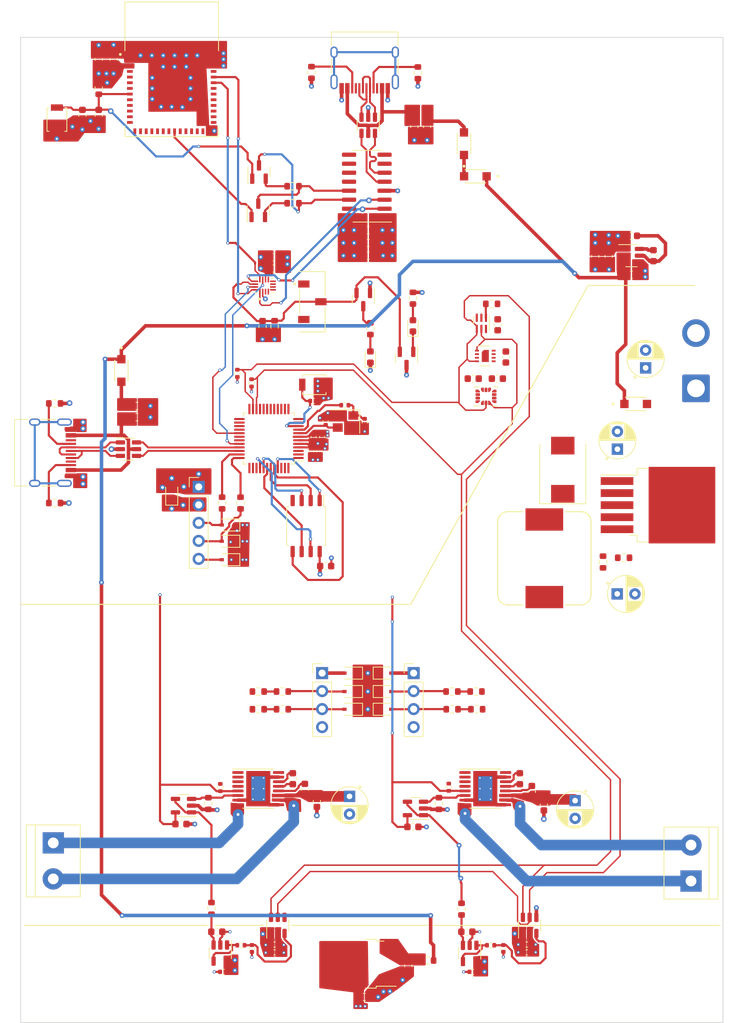
<source format=kicad_pcb>
(kicad_pcb (version 20211014) (generator pcbnew)
  (layers (0 "F.Cu" signal) (1 "In1.Cu" power) (2 "In2.Cu" power) (31 "B.Cu" signal) (34 "B.Paste" user) (35 "F.Paste" user) (36 "B.SilkS" user "B.Silkscreen") (37 "F.SilkS" user "F.Silkscreen") (38 "B.Mask" user) (39 "F.Mask" user) (44 "Edge.Cuts" user))
  (net 0 "")
  (net 1 "+BATT")
  (net 2 "GND")
  (net 3 "VCOM")
  (net 4 "/[1] Power/BOOST_IN_104")
  (net 5 "/[1] Power/SWO_100")
  (net 6 "+3V3")
  (net 7 "VBUS1")
  (net 8 "+5C")
  (net 9 "/[1] Power/BATT_FILT")
  (net 10 "+3.3VA")
  (net 11 "VBUS2")
  (net 12 "+5F")
  (net 13 "+6V")
  (net 14 "/[2] Microcontroller/HSE_IN")
  (net 15 "Net-(C205-Pad2)")
  (net 16 "/[2] Microcontroller/NRST")
  (net 17 "/[3] Motor_Control/RIGHT_CP_OUTPUT")
  (net 18 "/[3] Motor_Control/RIGHT_CPH")
  (net 19 "/[3] Motor_Control/RIGHT_CPL")
  (net 20 "/[3] Motor_Control/LEFT_CP_OUTPUT")
  (net 21 "/[3] Motor_Control/LEFT_CPH")
  (net 22 "/[3] Motor_Control/LEFT_CPL")
  (net 23 "/[4] Bluetooth/BT_EN")
  (net 24 "/[4] Bluetooth/UART_SELECT")
  (net 25 "/[6] ADCs/ADC_LEFT_IN")
  (net 26 "Net-(C604-Pad2)")
  (net 27 "/[6] ADCs/ADC_RIGHT_IN")
  (net 28 "Net-(C609-Pad2)")
  (net 29 "Net-(D103-Pad1)")
  (net 30 "/[1] Power/BUCK_OUT_104")
  (net 31 "/[2] Microcontroller/SWCLK")
  (net 32 "/[2] Microcontroller/SWDIO")
  (net 33 "/[3] Motor_Control/6V_RightB_Output")
  (net 34 "/[3] Motor_Control/6V_RightA_Output")
  (net 35 "/[3] Motor_Control/6V_LeftB_Output")
  (net 36 "/[3] Motor_Control/6V_LeftA_Output")
  (net 37 "Net-(D405-Pad2)")
  (net 38 "Net-(D406-Pad1)")
  (net 39 "Net-(D406-Pad2)")
  (net 40 "unconnected-(J200-PadS1)")
  (net 41 "/[2] Microcontroller/CC1")
  (net 42 "/[2] Microcontroller/D+")
  (net 43 "/[2] Microcontroller/D-")
  (net 45 "/[2] Microcontroller/CC2")
  (net 47 "/[3] Motor_Control/Right_Out1")
  (net 48 "/[3] Motor_Control/Right_Out2")
  (net 49 "/[3] Motor_Control/Left_Out1")
  (net 50 "/[3] Motor_Control/Left_Out2")
  (net 51 "unconnected-(J400-PadS1)")
  (net 52 "/[4] Bluetooth/CC1")
  (net 53 "/[4] Bluetooth/BT_Raw_D+")
  (net 54 "/[4] Bluetooth/BT_Raw_D-")
  (net 56 "/[4] Bluetooth/CC2")
  (net 58 "/[4] Bluetooth/IO0")
  (net 59 "/[4] Bluetooth/RTS_R")
  (net 60 "/[4] Bluetooth/DTR")
  (net 61 "/[4] Bluetooth/DTR_R")
  (net 62 "/[4] Bluetooth/RTS")
  (net 63 "Net-(Q402-Pad3)")
  (net 64 "/[1] Power/BUCK_FB_104")
  (net 65 "/[2] Microcontroller/HSE_OUT")
  (net 66 "I2C_SCL")
  (net 67 "I2C_SDA")
  (net 68 "/[2] Microcontroller/SWCLK_Pin")
  (net 69 "/[2] Microcontroller/SWDIO_Pin")
  (net 70 "nFault_Right")
  (net 71 "/[3] Motor_Control/Right_Sensed_Motor_Current")
  (net 72 "Right_Wheel_Encoder_A")
  (net 73 "Right_Wheel_Encoder_B")
  (net 74 "nFault_Left")
  (net 75 "/[3] Motor_Control/Left_Sensed_Motor_Current")
  (net 76 "Left_Wheel_Encoder_A")
  (net 77 "Left_Wheel_Encoder_B")
  (net 78 "/[6] ADCs/RIGHT_AMP_OUT")
  (net 79 "Buffered_Right_Sensed_Motor_Current")
  (net 80 "Buffered_Left_Sensed_Motor_Current")
  (net 81 "/[6] ADCs/LEFT_AMP_OUT")
  (net 87 "Right_Phase{slash}PWM")
  (net 88 "Right_Enable{slash}PWM")
  (net 91 "Left_Phase{slash}PWM")
  (net 94 "Awake_Sleep")
  (net 95 "Control_Input_Mode")
  (net 98 "UART_MCU_RX")
  (net 101 "UART_MCU_TX")
  (net 102 "/[2] Microcontroller/Prot_D-")
  (net 103 "/[2] Microcontroller/Prot_D+")
  (net 105 "Hold")
  (net 106 "Write_Protect")
  (net 107 "SPI_SCK")
  (net 108 "SPI_MISO")
  (net 109 "SPI_MOSI")
  (net 110 "Mem_Select")
  (net 113 "Left_Enable{slash}PWM")
  (net 114 "/[4] Bluetooth/BT_D+")
  (net 115 "/[4] Bluetooth/BT_D-")
  (net 116 "UART_PGR_TX")
  (net 117 "UART_PGR_RX")
  (net 153 "UART_BT_RX")
  (net 154 "UART_BT_TX")
  (net 172 "/[5] Sensors/Light_sensor INT_H")
  (footprint "Resistor_SMD:R_0603_1608Metric" (layer "F.Cu") (at 126.9625 129.1 -90)
    (fp_text reference "R301" hide)
    (fp_text value "2.2k")
  )
  (footprint "Diode_SMD:D_SOD-323" (layer "F.Cu") (at 114.7 115.8 180)
    (fp_text reference "D303" hide)
    (fp_text value "PESD3V3L1BA,115")
  )
  (footprint "Capacitor_SMD:C_0402_1005Metric" (layer "F.Cu") (at 139.35 150.1)
    (fp_text reference "C601" hide)
    (fp_text value "10uF")
  )
  (footprint "Capacitor_SMD:C_0402_1005Metric" (layer "F.Cu") (at 110.5 77.4 90)
    (fp_text reference "C202" hide)
    (fp_text value "4.7uF")
  )
  (footprint "Package_LGA:LGA-14_3x2.5mm_P0.5mm_LayoutBorder3x4y" (layer "F.Cu") (at 133.6 71.65 180)
    (fp_text reference "U501" hide)
    (fp_text value "LSM6DS3")
  )
  (footprint "Package_SO:HTSSOP-16-1EP_4.4x5mm_P0.65mm_EP3.4x5mm_Mask2.46x2.31mm_ThermalVias" (layer "F.Cu") (at 101.5 127)
    (fp_text reference "U303" hide)
    (fp_text value "DRV8876")
  )
  (footprint "Resistor_SMD:R_0603_1608Metric" (layer "F.Cu") (at 72.8 72.65)
    (fp_text reference "R205" hide)
    (fp_text value "5.1k")
  )
  (footprint "Package_TO_SOT_SMD:TSOT-23-6" (layer "F.Cu") (at 139.75 146.3 90)
    (fp_text reference "U600" hide)
    (fp_text value "ADC121C027CIMK/NOPB")
  )
  (footprint "Capacitor_SMD:C_0603_1608Metric" (layer "F.Cu") (at 79.0125 24.1 90)
    (fp_text reference "C404" hide)
    (fp_text value "22uF")
  )
  (footprint "Capacitor_SMD:C_0402_1005Metric" (layer "F.Cu") (at 139.35 149)
    (fp_text reference "C602" hide)
    (fp_text value "0.1uF")
  )
  (footprint "Capacitor_THT:CP_Radial_D5.0mm_P2.50mm" (layer "F.Cu") (at 152.094888 99.525)
    (fp_text reference "C102" hide)
    (fp_text value "1000uF")
  )
  (footprint "Capacitor_SMD:C_0603_1608Metric" (layer "F.Cu") (at 131.8 69.15 180)
    (fp_text reference "C501" hide)
    (fp_text value "0.1uF")
  )
  (footprint "Resistor_SMD:R_0402_1005Metric" (layer "F.Cu") (at 128.35 126.8 90)
    (fp_text reference "R300" hide)
    (fp_text value "10k")
  )
  (footprint "Capacitor_SMD:C_0603_1608Metric" (layer "F.Cu") (at 117 48.2)
    (fp_text reference "C402" hide)
    (fp_text value "0.1uF")
  )
  (footprint "Diode_SMD:D_SOD-323" (layer "F.Cu") (at 114.7 113.3 180)
    (fp_text reference "D304" hide)
    (fp_text value "PESD3V3L1BA,115")
  )
  (footprint "Package_TO_SOT_SMD:TSOT-23-6" (layer "F.Cu") (at 154.1 51.8)
    (fp_text reference "U101" hide)
    (fp_text value "AP63203WU")
  )
  (footprint "Capacitor_SMD:C_0402_1005Metric" (layer "F.Cu") (at 109.3 72.3)
    (fp_text reference "C206" hide)
    (fp_text value "0.1uF")
  )
  (footprint "Package_TO_SOT_SMD:SOT-23-5" (layer "F.Cu") (at 131.3 150.25 -90)
    (fp_text reference "U601" hide)
    (fp_text value "OPA320")
  )
  (footprint "Package_TO_SOT_SMD:TO-252-2" (layer "F.Cu") (at 115.65 151.7 180)
    (fp_text reference "U102" hide)
    (fp_text value "AZ1117-3.3")
  )
  (footprint "Resistor_SMD:R_0603_1608Metric" (layer "F.Cu") (at 117.3 62.1 -90)
    (fp_text reference "R406" hide)
    (fp_text value "40R")
  )
  (footprint "Diode_SMD:D_SOD-323" (layer "F.Cu") (at 89.3 85.5 90)
    (fp_text reference "D200" hide)
    (fp_text value "PESD3V3L1BA,115")
  )
  (footprint "Button_Switch_SMD:SW_SPST_B3U-1000P" (layer "F.Cu") (at 73.1125 32.6 90)
    (fp_text reference "SW400" hide)
    (fp_text value "SW_Push")
  )
  (footprint "Capacitor_SMD:C_0603_1608Metric" (layer "F.Cu") (at 90.6 132)
    (fp_text reference "C307" hide)
    (fp_text value "0.1uF")
  )
  (footprint "Resistor_SMD:R_0402_1005Metric" (layer "F.Cu") (at 98.55 68.4 -90)
    (fp_text reference "R201" hide)
    (fp_text value "10k")
  )
  (footprint "Button_Switch_SMD:SW_SPST_B3U-1000P" (layer "F.Cu") (at 109.4 70 180)
    (fp_text reference "SW201" hide)
    (fp_text value "SW_Push")
  )
  (footprint "Resistor_SMD:R_0603_1608Metric" (layer "F.Cu") (at 106.4 44.4 180)
    (fp_text reference "R402" hide)
    (fp_text value "10k")
  )
  (footprint "TerminalBlock:TerminalBlock_bornier-2_P5.08mm" (layer "F.Cu") (at 72.6 134.66 -90)
    (fp_text reference "J302" hide)
    (fp_text value "Left_Motor_Screw_Terminal")
  )
  (footprint "Resistor_SMD:R_0603_1608Metric" (layer "F.Cu") (at 94.4625 129.1 -90)
    (fp_text reference "R307" hide)
    (fp_text value "2.2k")
  )
  (footprint "Resistor_SMD:R_0603_1608Metric" (layer "F.Cu") (at 101.5 113.3)
    (fp_text reference "R310" hide)
    (fp_text value "40k")
  )
  (footprint "Resistor_SMD:R_0603_1608Metric" (layer "F.Cu") (at 124 26 -90)
    (fp_text reference "R400" hide)
    (fp_text value "5.1k")
  )
  (footprint "Package_TO_SOT_SMD:SOT-23-5" (layer "F.Cu") (at 96.15 150.2 -90)
    (fp_text reference "U603" hide)
    (fp_text value "OPA320")
  )
  (footprint "Connector_Wire:SolderWire-2sqmm_1x02_P7.8mm_D2mm_OD3.9mm" (layer "F.Cu") (at 163.2 70.525 90)
    (fp_text reference "J100" hide)
    (fp_text value "Conn_01x02")
  )
  (footprint "Package_SO:SOIC-8_5.275x5.275mm_P1.27mm" (layer "F.Cu") (at 108.25 89.95 -90)
    (fp_text reference "U700" hide)
    (fp_text value "SST26VF032BT-104I/SM")
  )
  (footprint "Capacitor_SMD:C_0603_1608Metric" (layer "F.Cu") (at 135.25 61.55 90)
    (fp_text reference "C500" hide)
    (fp_text value "1uF")
  )
  (footprint "Capacitor_SMD:C_0402_1005Metric" (layer "F.Cu") (at 109.3 77.4 90)
    (fp_text reference "C203" hide)
    (fp_text value "0.1uF")
  )
  (footprint "Diode_SMD:D_SMC" (layer "F.Cu") (at 144.425 82 90)
    (fp_text reference "D100" hide)
    (fp_text value "B340")
  )
  (footprint "Package_TO_SOT_SMD:SOT-23-5" (layer "F.Cu") (at 90.9625 129.4 180)
    (fp_text reference "U302" hide)
    (fp_text value "OPA320")
  )
  (footprint "Capacitor_SMD:C_0603_1608Metric" (layer "F.Cu") (at 135.2 69.15 180)
    (fp_text reference "C502" hide)
    (fp_text value "0.1uF")
  )
  (footprint "Inductor_SMD:L_0402_1005Metric" (layer "F.Cu") (at 82.2 73.7975 90)
    (fp_text reference "L102" hide)
    (fp_text value "3.9uH")
  )
  (footprint "Capacitor_SMD:C_0603_1608Metric" (layer "F.Cu") (at 130.9 147.2 180)
    (fp_text reference "C604" hide)
    (fp_text value "0.1uF")
  )
  (footprint "Sensor_Humidity:Sensirion_DFN-8-1EP_2.5x2.5mm_P0.5mm_EP1.1x1.7mm" (layer "F.Cu") (at 133.5 65.95)
    (fp_text reference "U502" hide)
    (fp_text value "SHT30-DIS")
  )
  (footprint "Diode_SMD:D_SOD-323" (layer "F.Cu") (at 119.2 110.7)
    (fp_text reference "D302" hide)
    (fp_text value "PESD3V3L1BA,115")
  )
  (footprint "Diode_SMD:D_SOD-323" (layer "F.Cu") (at 97.4 94.7 180)
    (fp_text reference "D203" hide)
    (fp_text value "PESD3V3L1BA,115")
  )
  (footprint "Capacitor_SMD:C_0603_1608Metric" (layer "F.Cu") (at 116.45 156.4)
    (fp_text reference "C110" hide)
    (fp_text value "22uF")
  )
  (footprint "Resistor_SMD:R_0603_1608Metric" (layer "F.Cu") (at 132.2 113.3 180)
    (fp_text reference "R304" hide)
    (fp_text value "40k")
  )
  (footprint "Package_SO:SOP-16_3.9x9.9mm_P1.27mm" (layer "F.Cu") (at 116.8 42 180)
    (fp_text reference "U401" hide)
    (fp_text value "CH340C")
  )
  (footprint "Capacitor_SMD:C_0402_1005Metric" (layer "F.Cu") (at 109 79.4 -90)
    (fp_text reference "C201" hide)
    (fp_text value "0.1uF")
  )
  (footprint "OptoDevice:Broadcom_DFN-6_2x2mm_P0.65mm" (layer "F.Cu") (at 132.95 61.35 90)
    (fp_text reference "U500" hide)
    (fp_text value "APDS-9306-065")
  )
  (footprint "Diode_SMD:D_SOD-323" (layer "F.Cu") (at 97.4 89.8 180)
    (fp_text reference "D201" hide)
    (fp_text value "PESD3V3L1BA,115")
  )
  (footprint "Resistor_SMD:R_0402_1005Metric" (layer "F.Cu") (at 100.55 69.75 -90)
    (fp_text reference "R202" hide)
    (fp_text value "10k")
  )
  (footprint "Capacitor_SMD:C_0603_1608Metric" (layer "F.Cu") (at 117 51.8)
    (fp_text reference "C400" hide)
    (fp_text value "10uF")
  )
  (footprint "Schottky_Diode:SODFL3719X135N" (layer "F.Cu") (at 82.2 68 -90)
    (fp_text reference "D102" hide)
    (fp_text value "SM5817")
  )
  (footprint "Resistor_SMD:R_0603_1608Metric" (layer "F.Cu") (at 153 94.425 180)
    (fp_text reference "R101" hide)
    (fp_text value "1.5k")
  )
  (footprint "Diode_SMD:D_SOD-323" (layer "F.Cu") (at 119.2 113.3)
    (fp_text reference "D301" hide)
    (fp_text value "PESD3V3L1BA,115")
  )
  (footprint "68uH Power Inductor:IND_MWSA1206S_SNL" (layer "F.Cu") (at 141.825 94.5 -90)
    (fp_text reference "L100" hide)
    (fp_text value "68uH")
  )
  (footprint "Inductor_SMD:L_0603_1608Metric" (layer "F.Cu") (at 154.1 49 180)
    (fp_text reference "L101" hide)
    (fp_text value "15uH")
  )
  (footprint "Resistor_SMD:R_0603_1608Metric" (layer "F.Cu") (at 96.4 86.7 90)
    (fp_text reference "R207" hide)
    (fp_text value "49R9")
  )
  (footprint "LED_SMD:LED_0603_1608Metric" (layer "F.Cu") (at 123.3 61.7 90)
    (fp_text reference "D406" hide)
    (fp_text value "Blue LED")
  )
  (footprint "Capacitor_THT:CP_Radial_D5.0mm_P2.50mm" (layer "F.Cu") (at 146.1625 128.694888 -90)
    (fp_text reference "C301" hide)
    (fp_text value "220uF")
  )
  (footprint "Resistor_SMD:R_0603_1608Metric" (layer "F.Cu") (at 104.9 113.3)
    (fp_text reference "R308" hide)
    (fp_text value "20k")
  )
  (footprint "Capacitor_SMD:C_0603_1608Metric" (layer "F.Cu") (at 81.1125 24.1 90)
    (fp_text reference "C403" hide)
    (fp_text value "0.1uF")
  )
  (footprint "Capacitor_SMD:C_0603_1608Metric" (layer "F.Cu") (at 111 95.6)
    (fp_text reference "C700" hide)
    (fp_text value "1uF")
  )
  (footprint "Diode_SMD:D_SOD-323" (layer "F.Cu") (at 114.7 110.7 180)
    (fp_text reference "D305" hide)
    (fp_text value "PESD3V3L1BA,115")
  )
  (footprint "Resistor_SMD:R_0603_1608Metric" (layer "F.Cu") (at 72.8 86.7 180)
    (fp_text reference "R206" hide)
    (fp_text value "5.1k")
  )
  (footprint "Resistor_SMD:R_0603_1608Metric" (layer "F.Cu") (at 79.0125 28.2 90)
    (fp_text reference "R404" hide)
    (fp_text value "10k")
  )
  (footprint "Inductor_SMD:L_0402_1005Metric" (layer "F.Cu") (at 124.4 31.5)
    (fp_text reference "L103" hide)
    (fp_text value "3.9uH")
  )
  (footprint "Capacitor_SMD:C_0402_1005Metric" (layer "F.Cu") (at 116.5 75.3 90)
    (fp_text reference "C205" hide)
    (fp_text value "14pF")
  )
  (footprint "Capacitor_SMD:C_0603_1608Metric" (layer "F.Cu") (at 79.0125 32 -90)
    (fp_text reference "C405" hide)
    (fp_text value "0.1uF")
  )
  (footprint "Connector_USB:USB_C_Receptacle_HRO_TYPE-C-31-M-12" (layer "F.Cu") (at 116.5 24.14 180)
    (fp_text reference "J400" hide)
    (fp_text value "USB_C_Receptacle_USB2.0")
  )
  (footprint "Package_TO_SOT_SMD:SOT-23" (layer "F.Cu") (at 101.5 45.4 90)
    (fp_text reference "Q400" hide)
    (fp_text value "2N7002NXAKR (NMOS)")
  )
  (footprint "LED_SMD:LED_0603_1608Metric" (layer "F.Cu") (at 117.3 66.1 90)
    (fp_text reference "D405" hide)
    (fp_text value "Green LED")
  )
  (footprint "Schottky_Diode:SODFL3719X135N" (layer "F.Cu") (at 154.7 72.725)
    (fp_text reference "D101" hide)
    (fp_text value "SM5817")
  )
  (footprint "Resistor_SMD:R_0603_1608Metric" (layer "F.Cu") (at 132.3 115.8 180)
    (fp_text reference "R305" hide)
    (fp_text value "40k")
  )
  (footprint "Capacitor_SMD:C_0603_1608Metric" (layer "F.Cu") (at 117 50)
    (fp_text reference "C401" hide)
    (fp_text value "0.1uF")
  )
  (footprint "Capacitor_SMD:C_0603_1608Metric" (layer "F.Cu") (at 141.7625 129.3 -90)
    (fp_text reference "C300" hide)
    (fp_text value "0.1uF")
  )
  (footprint "Resistor_SMD:R_0603_1608Metric" (layer "F.Cu") (at 130.15 144 90)
    (fp_text reference "R601" hide)
    (fp_text value "1.6k")
  )
  (footprint "Capacitor_SMD:C_0603_1608Metric" (layer "F.Cu") (at 106.3625 125.6 90)
    (fp_text reference "C309" hide)
    (fp_text value "22nF")
  )
  (footprint "Capacitor_SMD:C_0603_1608Metric" (layer "F.Cu") (at 84.4 74.6)
    (fp_text reference "C107" hide)
    (fp_text value "1uF")
  )
  (footprint "Package_TO_SOT_SMD:SOT-23-6" (layer "F.Cu") (at 117 33.4 -90)
    (fp_text reference "U400" hide)
    (fp_text value "USBLC6-2SC6")
  )
  (footprint "Capacitor_SMD:C_0603_1608Metric" (layer "F.Cu") (at 140.0625 127.4 90)
    (fp_text reference "C303" hide)
    (fp_text value "0.1uF")
  )
  (footprint "Resistor_SMD:R_0402_1005Metric" (layer "F.Cu") (at 99.05 149.1 180)
    (fp_text reference "R607" hide)
    (fp_text value "15R")
  )
  (footprint "Capacitor_SMD:C_0402_1005Metric" (layer "F.Cu") (at 136.05 149.55 -90)
    (fp_text reference "C603" hide)
    (fp_text value "1nF")
  )
  (footprint "Package_TO_SOT_SMD:TO-263-5_TabPin3" (layer "F.Cu") (at 157.85 87)
    (fp_text reference "U100" hide)
    (fp_text value "LM2576S-ADJ")
  )
  (footprint "TerminalBlock:TerminalBlock_bornier-2_P5.08mm" (layer "F.Cu") (at 162.5 140.04 90)
    (fp_text reference "J300" hide)
    (fp_text value "Right_Motor_Screw_Terminal")
  )
  (footprint "Package_TO_SOT_SMD:SOT-23" (layer "F.Cu") (at 101.6 40 90)
    (fp_text reference "Q401" hide)
    (fp_text value "2N7002NXAKR (NMOS)")
  )
  (footprint "Capacitor_SMD:C_0603_1608Metric" (layer "F.Cu") (at 157.2 51.8 -90)
    (fp_text reference "C104" hide)
    (fp_text value "100nF")
  )
  (footprint "Connector_USB:USB_C_Receptacle_HRO_TYPE-C-31-M-12" (layer "F.Cu") (at 71.04 79.6 -90)
    (fp_text reference "J200" hide)
    (fp_text value "USB_C_Receptacle_USB2.0")
  )
  (footprint "Resistor_SMD:R_0603_1608Metric" (layer "F.Cu") (at 106.4 42 180)
    (fp_text reference "R403" hide)
    (fp_text value "10k")
  )
  (footprint "Capacitor_SMD:C_0402_1005Metric" (layer "F.Cu") (at 131.75 152.85)
    (fp_text reference "C600" hide)
    (fp_text value "0.1uF")
  )
  (footprint "Capacitor_SMD:C_0603_1608Metric" (layer "F.Cu") (at 102.1 61.8 -90)
    (fp_text reference "C409" hide)
    (fp_text value "0.1uF")
  )
  (footprint "Resistor_SMD:R_0603_1608Metric" (layer "F.Cu") (at 104.9 115.8)
    (fp_text reference "R309" hide)
    (fp_text value "20k")
  )
  (footprint "Capacitor_SMD:C_0603_1608Metric" (layer "F.Cu") (at 150.9 51.9 -90)
    (fp_text reference "C106" hide)
    (fp_text value "22uF")
  )
  (footprint "Package_TO_SOT_SMD:SOT-23-5" (layer "F.Cu") (at 123.6625 129.8 180)
    (fp_text reference "U300" hide)
    (fp_text value "OPA320")
  )
  (footprint "Capacitor_SMD:C_0603_1608Metric" (layer "F.Cu") (at 138.3625 125.6 90)
    (fp_text reference "C304" hide)
    (fp_text value "22nF")
  )
  (footprint "Capacitor_SMD:C_0603_1608Metric" (layer "F.Cu") (at 154.1 54.5)
    (fp_text reference "C103" hide)
    (fp_text value "10uF")
  )
  (footprint "Capacitor_SMD:C_0402_1005Metric" (layer "F.Cu") (at 103.8 149)
    (fp_text reference "C607" hide)
    (fp_text value "0.1uF")
  )
  (footprint "Capacitor_SMD:C_0603_1608Metric" (layer "F.Cu") (at 103.72131 52.0175)
    (fp_text reference "C407" hide)
    (fp_text value "1u")
  )
  (footprint "Capacitor_SMD:C_0603_1608Metric" (layer "F.Cu") (at 122.65 152 -90)
    (fp_text reference "C109" hide)
    (fp_text value "22uF")
  )
  (footprint "Diode_SMD:D_SOD-323" (layer "F.Cu") (at 119.2 115.8)
    (fp_text reference "D300" hide)
    (fp_text value "PESD3V3L1BA,115")
  )
  (footprint "Resistor_SMD:R_0402_1005Metric" (layer "F.Cu") (at 113.7 72.9 180)
    (fp_text reference "R200" hide)
    (fp_text value "0R")
  )
  (footprint "Resistor_SMD:R_0402_1005Metric" (layer "F.Cu") (at 96.15 126.85 90)
    (fp_text reference "R306" hide)
    (fp_text value "10k")
  )
  (footprint "Capacitor_SMD:C_0603_1608Metric" (layer "F.Cu") (at 76.7125 32 -90)
    (fp_text reference "C406" hide)
    (fp_text value "1uF")
  )
  (footprint "Resistor_SMD:R_0603_1608Metric" (layer "F.Cu") (at 109 25.95 90)
    (fp_text reference "R401" hide)
    (fp_text value "5.1k")
  )
  (footprint "Resistor_SMD:R_0603_1608Metric" (layer "F.Cu") (at 103.8 61.8 -90)
    (fp_text reference "R405" hide)
    (fp_text value "10k")
  )
  (footprint "Capacitor_SMD:C_0603_1608Metric" (layer "F.Cu") (at 149 51.9 -90)
    (fp_text reference "C105" hide)
    (fp_text value "22uF")
  )
  (footprint "Connector_PinHeader_2.54mm:PinHeader_1x04_P2.54mm_Vertical" (layer "F.Cu") (at 123.4 110.7)
    (fp_text reference "J301" hide)
    (fp_text value "Right_Encoder_Conn")
  )
  (footprint "Capacitor_SMD:C_0603_1608Metric" (layer "F.Cu") (at 103.72131 53.6175)
    (fp_text reference "C408" hide)
    (fp_text value "0.1u")
  )
  (footprint "Schottky_Diode:SODFL3719X135N" (layer "F.Cu") (at 130.5 36 90)
    (fp_text reference "D103" hide)
    (fp_text value "SM5817")
  )
  (footprint "Capacitor_SMD:C_0603_1608Metric" (layer "F.Cu") (at 84.4 73)
    (fp_text reference "C108" hide)
    (fp_text value "1uF")
  )
  (footprint "Capacitor_SMD:C_0402_1005Metric" (layer "F.Cu") (at 96.6 152.85)
    (fp_text reference "C605" hide)
    (fp_text value "0.1uF")
  )
  (footprint "Resistor_SMD:R_0603_1608Metric" (layer "F.Cu") (at 128.825 115.8 180)
    (fp_text reference "R303" hide)
    (fp_text value "20k")
  )
  (footprint "Capacitor_THT:CP_Radial_D5.0mm_P2.50mm" (layer "F.Cu") (at 156.1 67.630113 90)
    (fp_text reference "C100" hide)
    (fp_text value "470u")
  )
  (footprint "Resistor_SMD:R_0603_1608Metric" (layer "F.Cu") (at 99 86.7 90)
    (fp_text reference "R208" hide)
    (fp_text value "49R9")
  )
  (footprint "Package_TO_SOT_SMD:SOT-23" (layer "F.Cu") (at 116.3 58 -90)
    (fp_text reference "Q402" hide)
    (fp_text value "BSS84AK,215 (PMOS)")
  )
  (footprint "Diode_SMD:D_SOD-323" (layer "F.Cu") (at 97.4 92.1 180)
    (fp_text reference "D202" hide)
    (fp_text value "PESD3V3L1BA,115")
  )
  (footprint "Capacitor_SMD:C_0402_1005Metric" (layer "F.Cu") (at 103.8 150.1)
    (fp_text reference "C606" hide)
    (fp_text value "10uF")
  )
  (footprint "Capacitor_SMD:C_0603_1608Metric" (layer "F.Cu") (at 108.0625 127.1 90)
    (fp_text reference "C308" hide)
    (fp_text value "0.1uF")
  )
  (footprint "Schottky_Diode:SODFL3719X135N" (layer "F.Cu") (at 132.1 40.6 180)
    (fp_text reference "D104" hide)
    (fp_text value "SM5817")
  )
  (footprint "Resistor_SMD:R_0603_1608Metric" (layer "F.Cu") (at 101.5 115.8)
    (fp_text reference "R311" hide)
    (fp_text value "40k")
  )
  (footprint "Crystal:Crystal_SMD_3225-4Pin_3.2x2.5mm" (layer "F.Cu") (at 113.8 75.2 180)
    (fp_text reference "Y200" hide)
    (fp_text value "16MHz")
  )
  (footprint "Package_SO:HTSSOP-16-1EP_4.4x5mm_P0.65mm_EP3.4x5mm_Mask2.46x2.31mm_ThermalVias" (layer "F.Cu") (at 133.5 127)
    (fp_text reference "U301" hide)
    (fp_text value "DRV8876")
  )
  (footprint "Resistor_SMD:R_0603_1608Metric" (layer "F.Cu") (at 128.8 113.3 180)
    (fp_text reference "R302" hide)
    (fp_text value "20k")
  )
  (footprint "Resistor_SMD:R_0603_1608Metric" (layer "F.Cu") (at 134.4 58.6 180)
    (fp_text reference "R500" hide)
    (fp_text value "10k")
  )
  (footprint "Resistor_SMD:R_0402_1005Metric" (layer "F.Cu") (at 134.25 149.1 180)
    (fp_text reference "R600" hide)
    (fp_text value "15R")
  )
  (footprint "Connector_PinHeader_2.54mm:PinHeader_1x05_P2.54mm_Vertical" (layer "F.Cu") (at 93.1 84.425)
    (fp_text reference "J201" hide)
    (fp_text value "Conn_01x05")
  )
  (footprint "Resistor_SMD:R_0603_1608Metric" (layer "F.Cu") (at 123.3 57.8 -90)
    (fp_text reference "R407" hide)
    (fp_text value "110R")
  )
  (footprint "ESP32_MINI:XCVR_ESP32-MINI-1-N4" (layer "F.Cu") (at 89.3 28.2)
    (fp_text reference "U402" hide)
    (fp_text value "ESP32-MINI-1")
  )
  (footprint "Capacitor_SMD:C_0603_1608Metric" (layer "F.Cu") (at 95.65 147.2 180)
    (fp_text reference "C609" hide)
    (fp_text value "0.1uF")
  )
  (footprint "Resistor_SMD:R_0603_1608Metric" (layer "F.Cu") (at 94.9 143.9 90)
    (fp_text reference "R603" hide)
    (fp_text value "1.6k")
  )
  (footprint "Resistor_SMD:R_0603_1608Metric" (layer "F.Cu") (at 150.1 95.025 -90)
    (fp_text reference "R100" hide)
    (fp_text value "8.9k")
  )
  (footprint "Capacitor_SMD:C_0603_1608Metric" (layer "F.Cu") (at 123.3 132.4)
    (fp_text reference "C302" hide)
    (fp_text value "0.1uF")
  )
  (footprint "Connector_PinHeader_2.54mm:PinHeader_1x04_P2.54mm_Vertical" (layer "F.Cu") (at 110.5 110.7)
    (fp_text reference "J303" hide)
    (fp_text value "Left_Encoder_Conn")
  )
  (footprint "Capacitor_SMD:C_0402_1005Metric" (layer "F.Cu") (at 100.6 149.55 -90)
    (fp_text reference "C608" hide)
    (fp_text value "1nF")
  )
  (footprint "Package_QFP:LQFP-48_7x7mm_P0.5mm" (layer "F.Cu") (at 103 77.6 180)
    (fp_text reference "U200" hide)
    (fp_text value "STM32G0B1CBT6")
  )
  (footprint "Package_TO_SOT_SMD:TSOT-23-6" (layer "F.Cu") (at 104.25 146.3 90)
    (fp_text reference "U602" hide)
    (fp_text value "ADC121C027CIMK/NOPB")
  )
  (footprint "Capacitor_SMD:C_0402_1005Metric" (layer "F.Cu") (at 110.1 79.4 -90)
    (fp_text reference "C200" hide)
    (fp_text value "1uF")
  )
  (footprint "Package_TO_SOT_SMD:SOT-23" (layer "F.Cu") (at 122.4 66.3 -90)
    (fp_text reference "Q403" hide)
    (fp_text value "2N7002NXAKR (NMOS)")
  )
  (footprint "Capacitor_SMD:C_0603_1608Metric" (layer "F.Cu") (at 123.5 33.6 -90)
    (fp_text reference "C111" hide)
    (fp_text value "1uF")
  )
  (footprint "Capacitor_THT:CP_Radial_D5.0mm_P2.50mm" (layer "F.Cu") (at 114.3625 128.094888 -90)
    (fp_text reference "C306" hide)
    (fp_text value "220uF")
  )
  (footprint "SPDT_JS102011JCQN:SW_JS102011JCQN" (layer "F.Cu") (at 109.12131 58.3 -90)
    (fp_text reference "SW401" hide)
    (fp_text value "SW_SPDT")
  )
  (footprint "UQFN-16(1.8x2.6):QFN40P260X180X55-16N" (layer "F.Cu") (at 102.32131 56.0175 90)
    (fp_text reference "U403" hide)
    (fp_text value "DG2788ADN-T1-GE4")
  )
  (footprint "Capacitor_SMD:C_0402_1005Metric" (layer "F.Cu") (at 111 75.2 90)
    (fp_text reference "C204" hide)
    (fp_text value "14pF")
  )
  (footprint "Resistor_SMD:R_0603_1608Metric" (layer "F.Cu") (at 125.3875 151.25 180)
    (fp_text reference "R102" hide)
    (fp_text value "5R")
  )
  (footprint "Capacitor_SMD:C_0603_1608Metric" (layer "F.Cu") (at 109.7625 128.8 -90)
    (fp_text reference "C305" hide)
    (fp_text value "0.1uF")
  )
  (footprint "Capacitor_SMD:C_0603_1608Metric" (layer "F.Cu") (at 125.3 33.6 -90)
    (fp_text reference "C112" hide)
    (fp_text value "1uF")
  )
  (footprint "Package_TO_SOT_SMD:SOT-23-6" (layer "F.Cu") (at 83.2 79.1)
    (fp_text reference "U201" hide)
    (fp_text value "USBLC6-2SC6")
  )
  (footprint "Capacitor_SMD:C_0603_1608Metric" (layer "F.Cu") (at 136.4 66.1 90)
    (fp_text reference "C504" hide)
    (fp_text value "0.1uF")
  )
  (footprint "Capacitor_THT:CP_Radial_D5.0mm_P2.50mm" (layer "F.Cu") (at 152.125 79.105113 90)
    (fp_text reference "C101" hide)
    (fp_text value "100uF")
  )
  (gr_line (start 68 101) (end 123 101) (layer "F.SilkS") (width 0.15))
  (gr_line (start 148 56) (end 163 56) (layer "F.SilkS") (width 0.15))
  (gr_line (start 106.3 146.3) (end 106.25 146.3) (layer "F.SilkS") (width 0.15))
  (gr_line (start 94.4 146.3) (end 68.55 146.3) (layer "F.SilkS") (width 0.15))
  (gr_line (start 123 101) (end 148 56) (layer "F.SilkS") (width 0.15))
  (gr_line (start 116.6 146.3) (end 106.3 146.3) (layer "F.SilkS") (width 0.15))
  (gr_line (start 125.4 146.3) (end 116.6 146.3) (layer "F.SilkS") (width 0.15))
  (gr_line (start 106.25 146.3) (end 106.2 146.3) (layer "F.SilkS") (width 0.15))
  (gr_line (start 126.2 146.3) (end 166.6 146.3) (layer "F.SilkS") (width 0.15))
  (gr_line (start 102.3 146.3) (end 95.4 146.3) (layer "F.SilkS") (width 0.15))
  (gr_line (start 167 21) (end 167 160) (layer "Edge.Cuts") (width 0.1))
  (gr_line (start 68 21) (end 167 21) (layer "Edge.Cuts") (width 0.1))
  (gr_line (start 68 160) (end 68 21) (layer "Edge.Cuts") (width 0.1))
  (gr_line (start 167 160) (end 68 160) (layer "Edge.Cuts") (width 0.1))
  (segment (start 124.8 129.8) (end 125.75 129.8) (width 0.5) (layer "F.Cu") (net 2))
  (segment (start 140.7 143.8) (end 140.7 145.1625) (width 0.5) (layer "F.Cu") (net 2))
  (segment (start 125.75 129.8) (end 125.875 129.925) (width 0.5) (layer "F.Cu") (net 2))
  (segment (start 136.05 150.03) (end 136.05 150.75) (width 0.3) (layer "F.Cu") (net 2))
  (segment (start 119.75 28.185) (end 119.75 29.85) (width 0.5) (layer "F.Cu") (net 2))
  (segment (start 95.3 152.85) (end 96.12 152.85) (width 0.3) (layer "F.Cu") (net 2))
  (segment (start 102.12131 57.52131) (end 102.5 57.9) (width 0.2) (layer "F.Cu") (net 2))
  (segment (start 130.45 152.85) (end 131.27 152.85) (width 0.3) (layer "F.Cu") (net 2))
  (segment (start 102.25 128.5) (end 103.025 129.275) (width 0.5) (layer "F.Cu") (net 2))
  (segment (start 131.3 148.4) (end 131.3 149.1125) (width 0.3) (layer "F.Cu") (net 2))
  (segment (start 96.1 148.2) (end 96.1 149.0125) (width 0.3) (layer "F.Cu") (net 2))
  (segment (start 104.3625 125.375) (end 102.375 125.375) (width 0.5) (layer "F.Cu") (net 2))
  (segment (start 126.9875 129.95) (end 126.9625 129.925) (width 0.5) (layer "F.Cu") (net 2))
  (segment (start 95.7 130) (end 94.5375 130) (width 0.5) (layer "F.Cu") (net 2))
  (segment (start 131.675 147.2) (end 131.675 148.025) (width 0.3) (layer "F.Cu") (net 2))
  (segment (start 136.3625 125.375) (end 134.375 125.375) (width 0.5) (layer "F.Cu") (net 2))
  (segment (start 109.7625 129.575) (end 109.7625 130.7875) (width 0.5) (layer "F.Cu") (net 2))
  (segment (start 92.55 132) (end 91.375 132) (width 0.5) (layer "F.Cu") (net 2))
  (segment (start 96.425 147.2) (end 96.425 147.875) (width 0.3) (layer "F.Cu") (net 2))
  (segment (start 82.0625 79.1) (end 80.8 79.1) (width 0.5) (layer "F.Cu") (net 2))
  (segment (start 97.5 147.2) (end 96.475 147.2) (width 0.3) (layer "F.Cu") (net 2))
  (segment (start 100.6 150.08) (end 100.6 150.8) (width 0.3) (layer "F.Cu") (net 2))
  (segment (start 93.05 129.4) (end 92.1 129.4) (width 0.5) (layer "F.Cu") (net 2))
  (segment (start 122.4 67.2375) (end 122.4 68.65) (width 0.5) (layer "F.Cu") (net 2))
  (segment (start 113.25 28.185) (end 113.25 29.85) (width 0.5) (layer "F.Cu") (net 2))
  (segment (start 100.625 128.625) (end 100.75 128.5) (width 0.5) (layer "F.Cu") (net 2))
  (segment (start 141.7625 130.075) (end 141.7625 131.2875) (width 0.5) (layer "F.Cu") (net 2))
  (segment (start 134.375 125.375) (end 134.25 125.5) (width 0.5) (layer "F.Cu") (net 2))
  (segment (start 73.625 86.7) (end 74.8 86.7) (width 0.5) (layer "F.Cu") (net 2))
  (segment (start 136.3625 129.275) (end 135.025 129.275) (width 0.5) (layer "F.Cu") (net 2))
  (segment (start 102.375 125.375) (end 102.25 125.5) (width 0.5) (layer "F.Cu") (net 2))
  (segment (start 124 26.825) (end 124 27.9) (width 0.5) (layer "F.Cu") (net 2))
  (segment (start 117.3 66.8875) (end 117.3 68) (width 0.5) (layer "F.Cu") (net 2))
  (segment (start 109 26.775) (end 109 27.9) (width 0.5) (layer "F.Cu") (net 2))
  (segment (start 131.675 148.025) (end 131.3 148.4) (width 0.3) (layer "F.Cu") (net 2))
  (segment (start 94.5375 130) (end 94.4625 129.925) (width 0.5) (layer "F.Cu") (net 2))
  (segment (start 130.6375 128.625) (end 132.625 128.625) (width 0.5) (layer "F.Cu") (net 2))
  (segment (start 128.15 129.95) (end 126.9875 129.95) (width 0.5) (layer "F.Cu") (net 2))
  (segment (start 125.875 129.925) (end 126.9625 129.925) (width 0.5) (layer "F.Cu") (net 2))
  (segment (start 73.625 72.65) (end 74.85 72.65) (width 0.5) (layer "F.Cu") (net 2))
  (segment (start 102.12131 56.8675) (end 102.12131 57.52131) (width 0.2) (layer "F.Cu") (net 2))
  (segment (start 124.075 132.4) (end 125.2 132.4) (width 0.3) (layer "F.Cu") (net 2))
  (segment (start 96.425 147.875) (end 96.1 148.2) (width 0.3) (layer "F.Cu") (net 2))
  (segment (start 109.7625 130.7875) (end 109.75 130.8) (width 0.5) (layer "F.Cu") (net 2))
  (segment (start 74.85 72.65) (end 74.9 72.6) (width 0.5) (layer "F.Cu") (net 2))
  (segment (start 141.7625 131.2875) (end 141.75 131.3) (width 0.5) (layer "F.Cu") (net 2))
  (segment (start 111.8 95.575) (end 111.775 95.6) (width 0.3) (layer "F.Cu") (net 2))
  (segment (start 135.025 129.275) (end 134.25 128.5) (width 0.5) (layer "F.Cu") (net 2))
  (segment (start 96.1 149.0125) (end 96.15 149.0625) (width 0.3) (layer "F.Cu") (net 2))
  (segment (start 103.025 129.275) (end 104.3625 129.275) (width 0.5) (layer "F.Cu") (net 2))
  (segment (start 132.7 147.2) (end 131.675 147.2) (width 0.3) (layer "F.Cu") (net 2))
  (segment (start 98.6375 128.625) (end 100.625 128.625) (width 0.5) (layer "F.Cu") (net 2))
  (segment (start 111.8 94.45) (end 111.8 95.575) (width 0.3) (layer "F.Cu") (net 2))
  (segment (start 94.4625 129.925) (end 93.575 129.925) (width 0.5) (layer "F.Cu") (net 2))
  (segment (start 117 32.2625) (end 117 30.9) (width 0.5) (layer "F.Cu") (net 2))
  (segment (start 132.625 128.625) (end 132.75 128.5) (width 0.5) (layer "F.Cu") (net 2))
  (segment (start 93.575 129.925) (end 93.05 129.4) (width 0.5) (layer "F.Cu") (net 2))
  (via (at 111.3 74) (size 0.45) (drill 0.25) (layers "F.Cu" "B.Cu") (net 2))
  (via (at 111.8 94.45) (size 0.7) (drill 0.3) (layers "F.Cu" "B.Cu") (net 2))
  (via (at 73.1 35.3) (size 0.7) (drill 0.3) (layers "F.Cu" "B.Cu") (net 2))
  (via (at 125.2 132.4) (size 0.7) (drill 0.3) (layers "F.Cu" "B.Cu") (net 2))
  (via (at 76.8 83) (size 0.8) (drill 0.4) (layers "F.Cu" "B.Cu") (net 2))
  (via (at 117.3 68) (size 0.7) (drill 0.3) (layers "F.Cu" "B.Cu") (net 2))
  (via (at 86.55 29.7) (size 0.7) (drill 0.3) (layers "F.Cu" "B.Cu") (net 2))
  (via (at 74.8 86.7) (size 0.8) (drill 0.4) (layers "F.Cu" "B.Cu") (net 2))
  (via (at 119.15 155.65) (size 0.7) (drill 0.3) (layers "F.Cu" "B.Cu") (net 2))
  (via (at 92.55 132) (size 0.7) (drill 0.3) (layers "F.Cu" "B.Cu") (net 2))
  (via (at 92.9 23.55) (size 0.7) (drill 0.3) (layers "F.Cu" "B.Cu") (net 2))
  (via (at 120.05 155.6) (size 0.7) (drill 0.3) (layers "F.Cu" "B.Cu") (net 2))
  (via (at 156.05 53.95) (size 0.7) (drill 0.3) (layers "F.Cu" "B.Cu") (net 2))
  (via (at 130.45 152.85) (size 0.45) (drill 0.25) (layers "F.Cu" "B.Cu") (net 2))
  (via (at 80.8 79.1) (size 0.8) (drill 0.4) (layers "F.Cu" "B.Cu") (net 2))
  (via (at 99.8 94.7) (size 0.45) (drill 0.25) (layers "F.Cu" "B.Cu") (net 2))
  (via (at 120.4 50) (size 0.7) (drill 0.3) (layers "F.Cu" "B.Cu") (net 2))
  (via (at 90.8 30.85) (size 0.7) (drill 0.3) (layers "F.Cu" "B.Cu") (net 2))
  (via (at 123.5 35.5) (size 0.7) (drill 0.3) (layers "F.Cu" "B.Cu") (net 2))
  (via (at 110.2 74.7) (size 0.45) (drill 0.25) (layers "F.Cu" "B.Cu") (net 2))
  (via (at 136.05 150.75) (size 0.45) (drill 0.25) (layers "F.Cu" "B.Cu") (net 2))
  (via (at 86.55 26.7) (size 0.7) (drill 0.3) (layers "F.Cu" "B.Cu") (net 2))
  (via (at 119 48.2) (size 0.7) (drill 0.3) (layers "F.Cu" "B.Cu") (net 2))
  (via (at 95.7 130) (size 0.7) (drill 0.3) (layers "F.Cu" "B.Cu") (net 2))
  (via (at 109.75 130.8) (size 0.8) (drill 0.4) (layers "F.Cu" "B.Cu") (net 2))
  (via (at 76.7 34) (size 0.7) (drill 0.3) (layers "F.Cu" "B.Cu") (net 2))
  (via (at 149 53.75) (size 0.7) (drill 0.3) (layers "F.Cu" "B.Cu") (net 2))
  (via (at 102.5 57.9) (size 0.7) (drill 0.3) (layers "F.Cu" "B.Cu") (net 2))
  (via (at 140.7 143.8) (size 0.7) (drill 0.3) (layers "F.Cu" "B.Cu") (net 2))
  (via (at 128.15 129.95) (size 0.7) (drill 0.3) (layers "F.Cu" "B.Cu") (net 2))
  (via (at 76.8 76.2) (size 0.8) (drill 0.4) (layers "F.Cu" "B.Cu") (net 2))
  (via (at 122.4 68.65) (size 0.7) (drill 0.3) (layers "F.Cu" "B.Cu") (net 2))
  (via (at 105.1 150.15) (size 0.45) (drill 0.25) (layers "F.Cu" "B.Cu") (net 2))
  (via (at 105.6 53) (size 0.7) (drill 0.3) (layers "F.Cu" "B.Cu") (net 2))
  (via (at 89.7 23.55) (size 0.7) (drill 0.3) (layers "F.Cu" "B.Cu") (net 2))
  (via (at 105.6 52.05) (size 0.7) (drill 0.3) (layers "F.Cu" "B.Cu") (net 2))
  (via (at 103.8 63.6) (size 0.7) (drill 0.3) (layers "F.Cu" "B.Cu") (net 2))
  (via (at 119.1 51.8) (size 0.7) (drill 0.3) (layers "F.Cu" "B.Cu") (net 2))
  (via (at 86.5 23.55) (size 0.7) (drill 0.3) (layers "F.Cu" "B.Cu") (net 2))
  (via (at 89.7 25.15) (size 0.7) (drill 0.3) (layers "F.Cu" "B.Cu") (net 2))
  (via (at 109.9 80.6) (size 0.45) (drill 0.25) (layers "F.Cu" "B.Cu") (net 2))
  (via (at 120.4 51.8) (size 0.7) (drill 0.3) (layers "F.Cu" "B.Cu") (net 2))
  (via (at 97.5 147.2) (size 0.45) (drill 0.25) (layers "F.Cu" "B.Cu") (net 2))
  (via (at 110.7 71.9) (size 0.45) (drill 0.25) (layers "F.Cu" "B.Cu") (net 2))
  (via (at 111.25 77.15) (size 0.45) (drill 0.25) (layers "F.Cu" "B.Cu") (net 2))
  (via (at 84.9 23.55) (size 0.7) (drill 0.3) (layers "F.Cu" "B.Cu") (net 2))
  (via (at 111.4 71.9) (size 0.45) (drill 0.25) (layers "F.Cu" "B.Cu") (net 2))
  (via (at 116.95 113.3) (size 0.7) (drill 0.3) (layers "F.Cu" "B.Cu") (net 2))
  (via (at 86.3 74.6) (size 0.7) (drill 0.3) (layers "F.Cu" "B.Cu") (net 2))
  (via (at 96.6 23.25) (size 0.7) (drill 0.3) (layers "F.Cu" "B.Cu") (net 2))
  (via (at 125.3 35.5) (size 0.7) (drill 0.3) (layers "F.Cu" "B.Cu") (net 2))
  (via (at 76.8 84) (size 0.8) (drill 0.4) (layers "F.Cu" "B.Cu") (net 2))
  (via (at 156.05 54.8) (size 0.7) (drill 0.3) (layers "F.Cu" "B.Cu") (net 2))
  (via (at 76.8 75.3) (size 0.8) (drill 0.4) (layers "F.Cu" "B.Cu") (net 2))
  (via (at 119.75 29.85) (size 0.7) (drill 0.3) (layers "F.Cu" "B.Cu") (net 2))
  (via (at 116.5 76.6) (size 0.45) (drill 0.25) (layers "F.Cu" "B.Cu") (net 2))
  (via (at 109.9 70.2) (size 0.45) (drill 0.25) (layers "F.Cu" "B.Cu") (net 2))
  (via (at 109.9 70.9) (size 0.45) (drill 0.25) (layers "F.Cu" "B.Cu") (net 2))
  (via (at 118.4 156.4) (size 0.7) (drill 0.3) (layers "F.Cu" "B.Cu") (net 2))
  (via (at 86.55 28.2) (size 0.7) (drill 0.3) (layers "F.Cu" "B.Cu") (net 2))
  (via (at 99.9 89.8) (size 0.45) (drill 0.25) (layers "F.Cu" "B.Cu") (net 2))
  (via (at 88.1 23.55) (size 0.7) (drill 0.3) (layers "F.Cu" "B.Cu") (net 2))
  (via (at 116.95 115.8) (size 0.7) (drill 0.3) (layers "F.Cu" "B.Cu") (net 2))
  (via (at 88.1 25.15) (size 0.7) (drill 0.3) (layers "F.Cu" "B.Cu") (net 2))
  (via (at 99.9 92.1) (size 0.45) (drill 0.25) (layers "F.Cu" "B.Cu") (net 2))
  (via (at 121.85 154) (size 0.7) (drill 0.3) (layers "F.Cu" "B.Cu") (net 2))
  (via (at 95.3 34.2) (size 0.7) (drill 0.3) (layers "F.Cu" "B.Cu") (net 2))
  (via (at 116.95 110.7) (size 0.7) (drill 0.3) (layers "F.Cu" "B.Cu") (net 2))
  (via (at 98.5 90.6) (size 0.45) (drill 0.25) (layers "F.Cu" "B.Cu") (net 2))
  (via (at 132.7 147.2) (size 0.45) (drill 0.25) (layers "F.Cu" "B.Cu") (net 2))
  (via (at 141.75 131.3) (size 0.8) (drill 0.4) (layers "F.Cu" "B.Cu") (net 2))
  (via (at 90.9 87) (size 0.8) (drill 0.4) (layers "F.Cu" "B.Cu") (net 2))
  (via (at 99.3 89.8) (size 0.45) (drill 0.25) (layers "F.Cu" "B.Cu") (net 2))
  (via (at 86.3 73) (size 0.7) (drill 0.3) (layers "F.Cu" "B.Cu") (net 2))
  (via (at 79 33.9) (size 0.7) (drill 0.3) (layers "F.Cu" "B.Cu") (net 2))
  (via (at 113.25 29.85) (size 0.7) (drill 0.3) (layers "F.Cu" "B.Cu") (net 2))
  (via (at 91.35 25.15) (size 0.7) (drill 0.3) (layers "F.Cu" "B.Cu") (net 2))
  (via (at 140.6 149) (size 0.45) (drill 0.25) (layers "F.Cu" "B.Cu") (net 2))
  (via (at 74.9 72.6) (size 0.8) (drill 0.4) (layers "F.Cu" "B.Cu") (net 2))
  (via (at 97.7 94.7) (size 0.45) (drill 0.25) (layers "F.Cu" "B.Cu") (net 2))
  (via (at 140.6 150.1) (size 0.45) (drill 0.25) (layers "F.Cu" "B.Cu") (net 2))
  (via (at 99.3 92.1) (size 0.45) (drill 0.25) (layers "F.Cu" "B.Cu") (net 2))
  (via (at 150.95 53.75) (size 0.7) (drill 0.3) (layers "F.Cu" "B.Cu") (net 2))
  (via (at 91.35 23.55) (size 0.7) (drill 0.3) (layers "F.Cu" "B.Cu") (net 2))
  (via (at 99.3 94.7) (size 0.45) (drill 0.25) (layers "F.Cu" "B.Cu") (net 2))
  (via (at 79 22.1) (size 0.7) (drill 0.3) (layers "F.Cu" "B.Cu") (net 2))
  (via (at 96.6 25) (size 0.7) (drill 0.3) (layers "F.Cu" "B.Cu") (net 2))
  (via (at 100.6 150.8) (size 0.45) (drill 0.25) (layers "F.Cu" "B.Cu") (net 2))
  (via (at 119 50) (size 0.7) (drill 0.3) (layers "F.Cu" "B.Cu") (net 2))
  (via (at 91.95 28.2) (size 0.7) (drill 0.3) (layers "F.Cu" "B.Cu") (net 2))
  (via (at 124 27.9) (size 0.7) (drill 0.3) (layers "F.Cu" "B.Cu") (net 2))
  (via (at 109 27.9) (size 0.7) (drill 0.3) (layers "F.Cu" "B.Cu") (net 2))
  (via (at 91.95 29.7) (size 0.7) (drill 0.3) (layers "F.Cu" "B.Cu") (net 2))
  (via (at 97.6 92.2) (size 0.45) (drill 0.25) (layers "F.Cu" "B.Cu") (net 2))
  (via (at 75.3 33.6) (size 0.7) (drill 0.3) (layers "F.Cu" "B.Cu") (net 2))
  (via (at 120.4 48.2) (size 0.7) (drill 0.3) (layers "F.Cu" "B.Cu") (net 2))
  (via (at 89.3 30.8) (size 0.7) (drill 0.3) (layers "F.Cu" "B.Cu") (net 2))
  (via (at 117 30.9) (size 0.7) (drill 0.3) (layers "F.Cu" "B.Cu") (net 2))
  (via (at 111.25 76.65) (size 0.45) (drill 0.25) (layers "F.Cu" "B.Cu") (net 2))
  (via (at 102.1 63.6) (size 0.7) (drill 0.3) (layers "F.Cu" "B.Cu") (net 2))
  (via (at 81.1 22.05) (size 0.7) (drill 0.3) (layers "F.Cu" "B.Cu") (net 2))
  (via (at 96.6 24.1) (size 0.7) (drill 0.3) (layers "F.Cu" "B.Cu") (net 2))
  (via (at 95.3 152.85) (size 0.45) (drill 0.25) (layers "F.Cu" "B.Cu") (net 2))
  (via (at 89.3 87.5) (size 0.8) (drill 0.4) (layers "F.Cu" "B.Cu") (net 2))
  (via (at 87.8 30.8) (size 0.7) (drill 0.3) (layers "F.Cu" "B.Cu") (net 2))
  (via (at 109.9 69.5) (size 0.45) (drill 0.25) (layers "F.Cu" "B.Cu") (net 2))
  (via (at 109.2 80.6) (size 0.45) (drill 0.25) (layers "F.Cu" "B.Cu") (net 2))
  (via (at 91.95 26.7) (size 0.7) (drill 0.3) (layers "F.Cu" "B.Cu") (net 2))
  (via (at 77.85 32.8) (size 0.7) (drill 0.3) (layers "F.Cu" "B.Cu") (net 2))
  (via (at 105.1 149.05) (size 0.45) (drill 0.25) (layers "F.Cu" "B.Cu") (net 2))
  (segment (start 152.1 65.5) (end 152.1 69.85) (width 0.5) (layer "F.Cu") (net 3))
  (segment (start 153.3 64.3) (end 152.1 65.5) (width 0.5) (layer "F.Cu") (net 3))
  (segment (start 153.3 54.525) (end 153.3 64.3) (width 0.5) (layer "F.Cu") (net 3))
  (segment (start 82.2 65.1) (end 85.6 61.7) (width 0.5) (layer "F.Cu") (net 3))
  (segment (start 82.2 66.41) (end 79.91 66.41) (width 0.5) (layer "F.Cu") (net 3))
  (segment (start 133.69 40.6) (end 133.69 41.89) (width 0.5) (layer "F.Cu") (net 3))
  (segment (start 79.91 66.41) (end 79.9 66.4) (width 0.5) (layer "F.Cu") (net 3))
  (segment (start 126.2125 149.1125) (end 126.2125 151.25) (width 0.5) (layer "F.Cu") (net 3))
  (segment (start 79.4 142) (end 82.3 144.9) (width 0.5) (layer "F.Cu") (net 3))
  (segment (start 133.69 41.89) (end 146.1 54.3) (width 0.5) (layer "F.Cu") (net 3))
  (segment (start 79.4 97.9) (end 79.4 142) (width 0.5) (layer "F.Cu") (net 3))
  (segment (start 146.7 54.9) (end 152.925 54.9) (width 0.5) (layer "F.Cu") (net 3))
  (segment (start 153.325 54.5) (end 153.3 54.525) (width 0.5) (layer "F.Cu") (net 3))
  (segment (start 152.925 54.9) (end 153.325 54.5) (width 0.5) (layer "F.Cu") (net 3))
  (segment (start 125.8 144.9) (end 125.8 148.7) (width 0.5) (layer "F.Cu") (net 3))
  (segment (start 152.1 69.85) (end 153.11 70.86) (width 0.5) (layer "F.Cu") (net 3))
  (segment (start 146.1 54.3) (end 146.7 54.9) (width 0.5) (layer "F.Cu") (net 3))
  (segment (start 153.11 70.86) (end 153.11 72.725) (width 0.5) (layer "F.Cu") (net 3))
  (segment (start 85.6 61.7) (end 99.9 61.7) (width 0.5) (layer "F.Cu") (net 3))
  (segment (start 82.2 66.41) (end 82.2 65.1) (width 0.5) (layer "F.Cu") (net 3))
  (segment (start 125.8 148.7) (end 126.2125 149.1125) (width 0.5) (layer "F.Cu") (net 3))
  (via (at 79.9 66.4) (size 0.7) (drill 0.3) (layers "F.Cu" "B.Cu") (net 3))
  (via (at 146.1 54.3) (size 0.7) (drill 0.3) (layers "F.Cu" "B.Cu") (net 3))
  (via (at 125.8 144.9) (size 0.7) (drill 0.3) (layers "F.Cu" "B.Cu") (net 3))
  (via (at 99.9 61.7) (size 0.7) (drill 0.3) (layers "F.Cu" "B.Cu") (net 3))
  (via (at 79.4 97.9) (size 0.7) (drill 0.3) (layers "F.Cu" "B.Cu") (net 3))
  (via (at 82.3 144.9) (size 0.7) (drill 0.3) (layers "F.Cu" "B.Cu") (net 3))
  (segment (start 79.4 78.1) (end 79.4 83.8) (width 0.5) (layer "B.Cu") (net 3))
  (segment (start 79.4 83.8) (end 79.4 97.9) (width 0.5) (layer "B.Cu") (net 3))
  (segment (start 117 61.7) (end 120 58.7) (width 0.5) (layer "B.Cu") (net 3))
  (segment (start 99.9 61.7) (end 117 61.7) (width 0.5) (layer "B.Cu") (net 3))
  (segment (start 82.3 144.9) (end 125.8 144.9) (width 0.5) (layer "B.Cu") (net 3))
  (segment (start 144.4 52.6) (end 146.1 54.3) (width 0.5) (layer "B.Cu") (net 3))
  (segment (start 121.4 54.5) (end 123.3 52.6) (width 0.5) (layer "B.Cu") (net 3))
  (segment (start 143.6 52.6) (end 144.4 52.6) (width 0.5) (layer "B.Cu") (net 3))
  (segment (start 79.9 66.4) (end 79.9 68.9) (width 0.5) (layer "B.Cu") (net 3))
  (segment (start 121.4 57.3) (end 121.4 54.5) (width 0.5) (layer "B.Cu") (net 3))
  (segment (start 123.3 52.6) (end 143.6 52.6) (width 0.5) (layer "B.Cu") (net 3))
  (segment (start 79.9 68.9) (end 79.9 77.6) (width 0.5) (layer "B.Cu") (net 3))
  (segment (start 79.9 77.6) (end 79.4 78.1) (width 0.5) (layer "B.Cu") (net 3))
  (segment (start 120 58.7) (end 121.4 57.3) (width 0.5) (layer "B.Cu") (net 3))
  (segment (start 156.3 50.85) (end 155.2375 50.85) (width 0.5) (layer "F.Cu") (net 4))
  (segment (start 157.2 51.025) (end 156.475 51.025) (width 0.5) (layer "F.Cu") (net 4))
  (segment (start 156.475 51.025) (end 156.3 50.85) (width 0.5) (layer "F.Cu") (net 4))
  (segment (start 155.9 51.8) (end 156.675 52.575) (width 0.5) (layer "F.Cu") (net 5))
  (segment (start 154.8875 49) (end 157.85 49) (width 0.5) (layer "F.Cu") (net 5))
  (segment (start 158.9 51.65) (end 157.975 52.575) (width 0.5) (layer "F.Cu") (net 5))
  (segment (start 157.85 49) (end 158.9 50.05) (width 0.5) (layer "F.Cu") (net 5))
  (segment (start 158.9 50.05) (end 158.9 51.65) (width 0.5) (layer "F.Cu") (net 5))
  (segment (start 157.975 52.575) (end 157.2 52.575) (width 0.5) (layer "F.Cu") (net 5))
  (segment (start 156.675 52.575) (end 157.2 52.575) (width 0.5) (layer "F.Cu") (net 5))
  (segment (start 155.2375 51.8) (end 155.9 51.8) (width 0.5) (layer "F.Cu") (net 5))
  (segment (start 88.1 132) (end 87.9 131.8) (width 0.3) (layer "F.Cu") (net 6))
  (segment (start 121.1 132.4) (end 120.4 131.7) (width 0.3) (layer "F.Cu") (net 6))
  (segment (start 102.52131 54.0425) (end 102.94631 53.6175) (width 0.2) (layer "F.Cu") (net 6))
  (segment (start 110.155 93.55) (end 110.155 95.53) (width 0.3) (layer "F.Cu") (net 6))
  (segment (start 120.4 103.45) (end 120.4 100) (width 0.3) (layer "F.Cu") (net 6))
  (segment (start 108.43 78.35) (end 109 78.92) (width 0.3) (layer "F.Cu") (net 6))
  (segment (start 95.61 127.36) (end 94.7 126.45) (width 0.3) (layer "F.Cu") (net 6))
  (segment (start 87.9 131.8) (end 87.65 131.55) (width 0.3) (layer "F.Cu") (net 6))
  (segment (start 124.575 56.975) (end 124.6 57) (width 0.5) (layer "F.Cu") (net 6))
  (segment (start 127.11 127.31) (end 125.9 126.1) (width 0.3) (layer "F.Cu") (net 6))
  (segment (start 87.65 126.45) (end 87.65 99.65) (width 0.3) (layer "F.Cu") (net 6))
  (segment (start 122.525 132.4) (end 121.1 132.4) (width 0.3) (layer "F.Cu") (net 6))
  (segment (start 96.15 127.36) (end 95.61 127.36) (width 0.3) (layer "F.Cu") (net 6))
  (segment (start 123.3 56.975) (end 124.575 56.975) (width 0.5) (layer "F.Cu") (net 6))
  (segment (start 125.9 126.1) (end 120.4 126.1) (width 0.3) (layer "F.Cu") (net 6))
  (segment (start 98.55 69.65) (end 98.55 68.91) (width 0.3) (layer "F.Cu") (net 6))
  (segment (start 110.155 95.53) (end 110.225 95.6) (width 0.3) (layer "F.Cu") (net 6))
  (segment (start 109 78.92) (end 108.93 78.85) (width 0.3) (layer "F.Cu") (net 6))
  (segment (start 120.4 126.1) (end 120.4 119.15) (width 0.3) (layer "F.Cu") (net 6))
  (segment (start 109.27 77.85) (end 109.3 77.88) (width 0.3) (layer "F.Cu") (net 6))
  (segment (start 89.825 132) (end 88.1 132) (width 0.3) (layer "F.Cu") (net 6))
  (segment (start 100.55 71) (end 100.55 70.26) (width 0.3) (layer "F.Cu") (net 6))
  (segment (start 107.1625 77.85) (end 109.27 77.85) (width 0.3) (layer "F.Cu") (net 6))
  (segment (start 128.35 127.31) (end 127.11 127.31) (width 0.3) (layer "F.Cu") (net 6))
  (segment (start 102.52131 55.1675) (end 102.52131 54.0425) (width 0.2) (layer "F.Cu") (net 6))
  (segment (start 89.825 132) (end 89.825 130.35) (width 0.3) (layer "F.Cu") (net 6))
  (segment (start 122.525 132.4) (end 122.525 130.75) (width 0.3) (layer "F.Cu") (net 6))
  (segment (start 87.65 131.55) (end 87.65 126.45) (width 0.3) (layer "F.Cu") (net 6))
  (segment (start 119.3 42.635) (end 121.135 42.635) (width 0.5) (layer "F.Cu") (net 6))
  (segment (start 110.2 95.625) (end 110.225 95.6) (width 0.5) (layer "F.Cu") (net 6))
  (segment (start 130.6225 127.31) (end 130.6375 127.325) (width 0.3) (layer "F.Cu") (net 6))
  (segment (start 120.4 131.7) (end 120.4 126.1) (width 0.3) (layer "F.Cu") (net 6))
  (segment (start 128.35 127.31) (end 130.6225 127.31) (width 0.3) (layer "F.Cu") (net 6))
  (segment (start 108.93 78.85) (end 107.1625 78.85) (width 0.3) (layer "F.Cu") (net 6))
  (segment (start 107.1625 78.35) (end 108.43 78.35) (width 0.3) (layer "F.Cu") (net 6))
  (segment (start 98.6025 127.36) (end 98.6375 127.325) (width 0.3) (layer "F.Cu") (net 6))
  (segment (start 110.2 96.75) (end 110.2 95.625) (width 0.5) (layer "F.Cu") (net 6))
  (segment (start 121.135 42.635) (end 121.15 42.65) (width 0.5) (layer "F.Cu") (net 6))
  (segment (start 117.25 57.0625) (end 117.25 55.65) (width 0.5) (layer "F.Cu") (net 6))
  (segment (start 94.7 126.45) (end 87.65 126.45) (width 0.3) (layer "F.Cu") (net 6))
  (segment (start 96.15 127.36) (end 98.6025 127.36) (width 0.3) (layer "F.Cu") (net 6))
  (via (at 124.6 57) (size 0.7) (drill 0.3) (layers "F.Cu" "B.Cu") (net 6))
  (via (at 98.55 69.65) (size 0.45) (drill 0.25) (layers "F.Cu" "B.Cu") (net 6))
  (via (at 101.85 53.6) (size 0.7) (drill 0.3) (layers "F.Cu" "B.Cu") (net 6))
  (via (at 101.85 52) (size 0.7) (drill 0.3) (layers "F.Cu" "B.Cu") (net 6))
  (via (at 115 50) (size 0.7) (drill 0.3) (layers "F.Cu" "B.Cu") (net 6))
  (via (at 113.5 48.2) (size 0.7) (drill 0.3) (layers "F.Cu" "B.Cu") (net 6))
  (via (at 110.2 96.75) (size 0.7) (drill 0.3) (layers "F.Cu" "B.Cu") (net 6))
  (via (at 149 50) (size 0.7) (drill 0.3) (layers "F.Cu" "B.Cu") (net 6))
  (via (at 117.25 55.65) (size 0.7) (drill 0.3) (layers "F.Cu" "B.Cu") (net 6))
  (via (at 88 84.5) (size 0.8) (drill 0.4) (layers "F.Cu" "B.Cu") (net 6))
  (via (at 87.65 99.65) (size 0.45) (drill 0.25) (layers "F.Cu" "B.Cu") (net 6))
  (via (at 152.2 49) (size 0.7) (drill 0.3) (layers "F.Cu" "B.Cu") (net 6))
  (via (at 93.1 82.6) (size 0.8) (drill 0.4) (layers "F.Cu" "B.Cu") (net 6))
  (via (at 150.9 50) (size 0.7) (drill 0.3) (layers "F.Cu" "B.Cu") (net 6))
  (via (at 150.9 48.9) (size 0.7) (drill 0.3) (layers "F.Cu" "B.Cu") (net 6))
  (via (at 120.4 103.45) (size 0.45) (drill 0.25) (layers "F.Cu" "B.Cu") (net 6))
  (via (at 109.9 78.3) (size 0.45) (drill 0.25) (layers "F.Cu" "B.Cu") (net 6))
  (via (at 113.5 50) (size 0.7) (drill 0.3) (layers "F.Cu" "B.Cu") (net 6))
  (via (at 113.5 51.8) (size 0.7) (drill 0.3) (layers "F.Cu" "B.Cu") (net 6))
  (via (at 115 51.8) (size 0.7) (drill 0.3) (layers "F.Cu" "B.Cu") (net 6))
  (via (at 79 26.1) (size 0.7) (drill 0.3) (layers "F.Cu" "B.Cu") (net 6))
  (via (at 110.9 79) (size 0.45) (drill 0.25) (layers "F.Cu" "B.Cu") (net 6))
  (via (at 91 84.4) (size 0.8) (drill 0.4) (layers "F.Cu" "B.Cu") (net 6))
  (via (at 80.2 27.4) (size 0.7) (drill 0.3) (layers "F.Cu" "B.Cu") (net 6))
  (via (at 121.15 42.65) (size 0.7) (drill 0.3) (layers "F.Cu" "B.Cu") (net 6))
  (via (at 120.4 100) (size 0.45) (drill 0.25) (layers "F.Cu" "B.Cu") (net 6))
  (via (at 80.1 26.1) (size 0.7) (drill 0.3) (layers "F.Cu" "B.Cu") (net 6))
  (via (at 115 48.2) (size 0.7) (drill 0.3) (layers "F.Cu" "B.Cu") (net 6))
  (via (at 100.55 71) (size 0.45) (drill 0.25) (layers "F.Cu" "B.Cu") (net 6))
  (via (at 81.1 26.1) (size 0.7) (drill 0.3) (layers "F.Cu" "B.Cu") (net 6))
  (via (at 149 48.85) (size 0.7) (drill 0.3) (layers "F.Cu" "B.Cu") (net 6))
  (via (at 89.3 83.2) (size 0.8) (drill 0.4) (layers "F.Cu" "B.Cu") (net 6))
  (via (at 111.1 78.4) (size 0.45) (drill 0.25) (layers "F.Cu" "B.Cu") (net 6))
  (via (at 120.4 119.15) (size 0.45) (drill 0.25) (layers "F.Cu" "B.Cu") (net 6))
  (segment (start 120.4 119.15) (end 120.4 103.45) (width 0.3) (layer "B.Cu") (net 6))
  (segment (start 83.2 77.777151) (end 83.2 79.2) (width 0.5) (layer "F.Cu") (net 7))
  (segment (start 83.2 79.2) (end 83.2 81) (width 0.5) (layer "F.Cu") (net 7))
  (segment (start 75.085 77.15) (end 82.25 77.15) (width 0.5) (layer "F.Cu") (net 7))
  (segment (start 83.2 81) (end 82.15 82.05) (width 0.5) (layer "F.Cu") (net 7))
  (segment (start 82.15 82.05) (end 75.085 82.05) (width 0.5) (layer "F.Cu") (net 7))
  (segment (start 83.3 79.1) (end 83.2 79.2) (width 0.5) (layer "F.Cu") (net 7))
  (segment (start 84.3375 79.1) (end 83.3 79.1) (width 0.5) (layer "F.Cu") (net 7))
  (segment (start 82.2 77.1) (end 82.25 77.15) (width 0.5) (layer "F.Cu") (net 7))
  (segment (start 82.572849 77.15) (end 83.2 77.777151) (width 0.5) (layer "F.Cu") (net 7))
  (segment (start 82.2 74.2825) (end 82.2 77.1) (width 0.5) (layer "F.Cu") (net 7))
  (segment (start 82.25 77.15) (end 82.572849 77.15) (width 0.5) (layer "F.Cu") (net 7))
  (segment (start 82.2 73.3125) (end 82.2 69.59) (width 0.5) (layer "F.Cu") (net 8))
  (segment (start 132.23 152.85) (end 132.23 151.4075) (width 0.3) (layer "F.Cu") (net 10))
  (segment (start 132.23 151.4075) (end 132.25 151.3875) (width 0.3) (layer "F.Cu") (net 10))
  (via (at 102.15 147.5) (size 0.7) (drill 0.3) (layers "F.Cu" "B.Cu") (net 10))
  (via (at 133.4 151.4) (size 0.7) (drill 0.3) (layers "F.Cu" "B.Cu") (net 10))
  (via (at 133.4 152.85) (size 0.7) (drill 0.3) (layers "F.Cu" "B.Cu") (net 10))
  (via (at 115.3 157.7) (size 0.45) (drill 0.25) (layers "F.Cu" "B.Cu") (net 10))
  (via (at 116.55 157.7) (size 0.45) (drill 0.25) (layers "F.Cu" "B.Cu") (net 10))
  (via (at 138.15 149) (size 0.45) (drill 0.25) (layers "F.Cu" "B.Cu") (net 10))
  (via (at 138.15 150.1) (size 0.45) (drill 0.25) (layers "F.Cu" "B.Cu") (net 10))
  (via (at 98.2 151.2) (size 0.7) (drill 0.3) (layers "F.Cu" "B.Cu") (net 10))
  (via (at 137.65 147.45) (size 0.7) (drill 0.3) (layers "F.Cu" "B.Cu") (net 10))
  (via (at 115.9 157.7) (size 0.45) (drill 0.25) (layers "F.Cu" "B.Cu") (net 10))
  (via (at 98.2 152.65) (size 0.7) (drill 0.3) (layers "F.Cu" "B.Cu") (net 10))
  (via (at 102.55 149.05) (size 0.45) (drill 0.25) (layers "F.Cu" "B.Cu") (net 10))
  (via (at 102.55 150.15) (size 0.45) (drill 0.25) (layers "F.Cu" "B.Cu") (net 10))
  (segment (start 118.95 31.35) (end 118.95 32.772849) (width 0.5) (layer "F.Cu") (net 11))
  (segment (start 118.95 28.185) (end 118.95 31.35) (width 0.5) (layer "F.Cu") (net 11))
  (segment (start 118.95 32.772849) (end 118.297369 33.42548) (width 0.5) (layer "F.Cu") (net 11))
  (segment (start 116.8 33.4) (end 117 33.6) (width 0.5) (layer "F.Cu") (net 11))
  (segment (start 114.05 28.185) (end 114.05 31.772849) (width 0.5) (layer "F.Cu") (net 11))
  (segment (start 117 33.6) (end 117 34.5375) (width 0.5) (layer "F.Cu") (net 11))
  (segment (start 117.17452 33.42548) (end 117 33.6) (width 0.5) (layer "F.Cu") (net 11))
  (segment (start 115.677151 33.4) (end 116.8 33.4) (width 0.5) (layer "F.Cu") (net 11))
  (segment (start 114.05 31.772849) (end 115.677151 33.4) (width 0.5) (layer "F.Cu") (net 11))
  (segment (start 123.915 31.5) (end 119.1 31.5) (width 0.5) (layer "F.Cu") (net 11))
  (segment (start 119.1 31.5) (end 118.95 31.35) (width 0.5) (layer "F.Cu") (net 11))
  (segment (start 118.297369 33.42548) (end 117.17452 33.42548) (width 0.5) (layer "F.Cu") (net 11))
  (segment (start 125.3 32.825) (end 129.675 32.825) (width 0.5) (layer "F.Cu") (net 12))
  (segment (start 129.675 32.825) (end 130.5 33.65) (width 0.5) (layer "F.Cu") (net 12))
  (segment (start 130.5 33.65) (end 130.5 34.41) (width 0.5) (layer "F.Cu") (net 12))
  (segment (start 109.832388 128.094888) (end 109.7625 128.025) (width 1.5) (layer "F.Cu") (net 13))
  (segment (start 120.25 110.7) (end 123.4 110.7) (width 0.5) (layer "F.Cu") (net 13))
  (segment (start 146.1625 128.694888) (end 145.992612 128.525) (width 1.5) (layer "F.Cu") (net 13))
  (segment (start 113.65 110.7) (end 110.5 110.7) (width 0.5) (layer "F.Cu") (net 13))
  (segment (start 145.992612 128.525) (end 141.7625 128.525) (width 1.5) (layer "F.Cu") (net 13))
  (segment (start 114.3625 128.094888) (end 109.832388 128.094888) (width 1.5) (layer "F.Cu") (net 13))
  (segment (start 111.37 76.05) (end 111 75.68) (width 0.3) (layer "F.Cu") (net 14))
  (segment (start 112.7 76.05) (end 111.37 76.05) (width 0.3) (layer "F.Cu") (net 14))
  (segment (start 110.87048 75.80952) (end 111 75.68) (width 0.3) (layer "F.Cu") (net 14))
  (segment (start 107.1625 76.85) (end 108.25 76.85) (width 0.3) (layer "F.Cu") (net 14))
  (segment (start 109.29048 75.80952) (end 110.87048 75.80952) (width 0.3) (layer "F.Cu") (net 14))
  (segment (start 108.25 76.85) (end 109.29048 75.80952) (width 0.3) (layer "F.Cu") (net 14))
  (segment (start 116.5 74.82) (end 116.22 74.82) (width 0.3) (layer "F.Cu") (net 15))
  (segment (start 116.22 74.82) (end 115.75 74.35) (width 0.3) (layer "F.Cu") (net 15))
  (segment (start 115.75 74.35) (end 114.9 74.35) (width 0.3) (layer "F.Cu") (net 15))
  (segment (start 114.21 72.9) (end 114.7 72.9) (width 0.3) (layer "F.Cu") (net 15))
  (segment (start 114.7 72.9) (end 114.9 73.1) (width 0.3) (layer "F.Cu") (net 15))
  (segment (start 114.9 73.1) (end 114.9 74.35) (width 0.3) (layer "F.Cu") (net 15))
  (segment (start 107.7 71.8) (end 108.2 72.3) (width 0.3) (layer "F.Cu") (net 16))
  (segment (start 93.215 94.7) (end 93.1 94.585) (width 0.3) (layer "F.Cu") (net 16))
  (segment (start 108.8 72.32) (end 108.82 72.3) (width 0.3) (layer "F.Cu") (net 16))
  (segment (start 107.7 70) (end 107.7 71.8) (width 0.3) (layer "F.Cu") (net 16))
  (segment (start 105.55 75.85) (end 105.5 75.8) (width 0.3) (layer "F.Cu") (net 16))
  (segment (start 96.35 94.7) (end 93.215 94.7) (width 0.3) (layer "F.Cu") (net 16))
  (segment (start 107.1625 75.85) (end 105.55 75.85) (width 0.3) (layer "F.Cu") (net 16))
  (segment (start 108.2 72.3) (end 108.82 72.3) (width 0.3) (layer "F.Cu") (net 16))
  (segment (start 108.8 73.2) (end 108.8 72.32) (width 0.3) (layer "F.Cu") (net 16))
  (via (at 105.5 75.8) (size 0.45) (drill 0.25) (layers "F.Cu" "B.Cu") (net 16))
  (via (at 108.8 73.2) (size 0.45) (drill 0.25) (layers "F.Cu" "B.Cu") (net 16))
  (segment (start 108.8 73.3) (end 108.8 73.2) (width 0.3) (layer "B.Cu") (net 16))
  (segment (start 107.8 75.4) (end 108 75.2) (width 0.3) (layer "B.Cu") (net 16))
  (segment (start 105.5 75.8) (end 105.9 75.4) (width 0.3) (layer "B.Cu") (net 16))
  (segment (start 105.9 75.4) (end 107.8 75.4) (width 0.3) (layer "B.Cu") (net 16))
  (segment (start 108 74.1) (end 108.8 73.3) (width 0.3) (layer "B.Cu") (net 16))
  (segment (start 108 75.2) (end 108 74.1) (width 0.3) (layer "B.Cu") (net 16))
  (segment (start 136.3625 127.325) (end 138.575 127.325) (width 0.3) (layer "F.Cu") (net 17))
  (segment (start 138.575 127.325) (end 138.7 127.2) (width 0.3) (layer "F.Cu") (net 17))
  (segment (start 139.4875 127.2) (end 140.0625 126.625) (width 0.3) (layer "F.Cu") (net 17))
  (segment (start 138.7 127.2) (end 139.4875 127.2) (width 0.3) (layer "F.Cu") (net 17))
  (segment (start 137.775 126.375) (end 138.3625 126.375) (width 0.3) (layer "F.Cu") (net 18))
  (segment (start 136.3625 126.675) (end 137.475 126.675) (width 0.3) (layer "F.Cu") (net 18))
  (segment (start 137.475 126.675) (end 137.775 126.375) (width 0.3) (layer "F.Cu") (net 18))
  (segment (start 137.49952 125.661197) (end 137.49952 125.10048) (width 0.3) (layer "F.Cu") (net 19))
  (segment (start 136.3625 126.025) (end 137.135717 126.025) (width 0.3) (layer "F.Cu") (net 19))
  (segment (start 137.775 124.825) (end 138.3625 124.825) (width 0.3) (layer "F.Cu") (net 19))
  (segment (start 137.49952 125.10048) (end 137.775 124.825) (width 0.3) (layer "F.Cu") (net 19))
  (segment (start 137.135717 126.025) (end 137.49952 125.661197) (width 0.3) (layer "F.Cu") (net 19))
  (segment (start 107.18702 126.837973) (end 107.18702 126.66298) (width 0.3) (layer "F.Cu") (net 20))
  (segment (start 107.525 126.325) (end 108.0625 126.325) (width 0.3) (layer "F.Cu") (net 20))
  (segment (start 107.18702 126.66298) (end 107.525 126.325) (width 0.3) (layer "F.Cu") (net 20))
  (segment (start 106.699993 127.325) (end 107.18702 126.837973) (width 0.3) (layer "F.Cu") (net 20))
  (segment (start 104.3625 127.325) (end 106.699993 127.325) (width 0.3) (layer "F.Cu") (net 20))
  (segment (start 105.192144 126.675) (end 105.517144 126.35) (width 0.3) (layer "F.Cu") (net 21))
  (segment (start 104.3625 126.675) (end 105.192144 126.675) (width 0.3) (layer "F.Cu") (net 21))
  (segment (start 106.3375 126.35) (end 106.3625 126.375) (width 0.3) (layer "F.Cu") (net 21))
  (segment (start 105.517144 126.35) (end 106.3375 126.35) (width 0.3) (layer "F.Cu") (net 21))
  (segment (start 105.135717 126.025) (end 105.6 125.560717) (width 0.3) (layer "F.Cu") (net 22))
  (segment (start 105.825 124.825) (end 106.3625 124.825) (width 0.3) (layer "F.Cu") (net 22))
  (segment (start 104.3625 126.025) (end 105.135717 126.025) (width 0.3) (layer "F.Cu") (net 22))
  (segment (start 105.6 125.560717) (end 105.6 125.05) (width 0.3) (layer "F.Cu") (net 22))
  (segment (start 105.6 125.05) (end 105.825 124.825) (width 0.3) (layer "F.Cu") (net 22))
  (segment (start 100.65 38.85) (end 100 38.2) (width 0.3) (layer "F.Cu") (net 23))
  (segment (start 80.5 31.2) (end 79.0375 31.2) (width 0.3) (layer "F.Cu") (net 23))
  (segment (start 100 38.2) (end 100 37.3) (width 0.3) (layer "F.Cu") (net 23))
  (segment (start 99.1 36.4) (end 93.1 36.4) (width 0.3) (layer "F.Cu") (net 23))
  (segment (start 79.0125 31.225) (end 76.7125 31.225) (width 0.3) (layer "F.Cu") (net 23))
  (segment (start 79.0125 29.025) (end 79.0125 31.225) (width 0.3) (layer "F.Cu") (net 23))
  (segment (start 80.7 31.4) (end 80.5 31.2) (width 0.3) (layer "F.Cu") (net 23))
  (segment (start 73.1125 30.9) (end 75.1 30.9) (width 0.3) (layer "F.Cu") (net 23))
  (segment (start 79.0375 29) (end 79.0125 29.025) (width 0.3) (layer "F.Cu") (net 23))
  (segment (start 75.425 31.225) (end 76.7125 31.225) (width 0.3) (layer "F.Cu") (net 23))
  (segment (start 83.4 29) (end 79.0375 29) (width 0.3) (layer "F.Cu") (net 23))
  (segment (start 100 37.3) (end 99.1 36.4) (width 0.3) (layer "F.Cu") (net 23))
  (segment (start 79.0375 31.2) (end 79.0125 31.225) (width 0.3) (layer "F.Cu") (net 23))
  (segment (start 100.65 40.9375) (end 100.65 38.85) (width 0.3) (layer "F.Cu") (net 23))
  (segment (start 75.1 30.9) (end 75.425 31.225) (width 0.3) (layer "F.Cu") (net 23))
  (via (at 80.7 31.4) (size 0.8) (drill 0.4) (layers "F.Cu" "B.Cu") (net 23))
  (via (at 93.1 36.4) (size 0.45) (drill 0.25) (layers "F.Cu" "B.Cu") (net 23))
  (segment (start 87.1 37.8) (end 80.7 31.4) (width 0.3) (layer "B.Cu") (net 23))
  (segment (start 90.9 37.8) (end 87.1 37.8) (width 0.3) (layer "B.Cu") (net 23))
  (segment (start 93.1 36.4) (end 92.3 36.4) (width 0.3) (layer "B.Cu") (net 23))
  (segment (start 92.3 36.4) (end 90.9 37.8) (width 0.3) (layer "B.Cu") (net 23))
  (segment (start 103.75 61.025) (end 103.8 60.975) (width 0.3) (layer "F.Cu") (net 24))
  (segment (start 101.07131 55.8175) (end 100.3175 55.8175) (width 0.2) (layer "F.Cu") (net 24))
  (segment (start 116.5 54.85) (end 118.35 54.85) (width 0.3) (layer "F.Cu") (net 24))
  (segment (start 102.1 61.025) (end 101.325 61.025) (width 0.3) (layer "F.Cu") (net 24))
  (segment (start 115.35 57.0625) (end 115.35 56) (width 0.3) (layer "F.Cu") (net 24))
  (segment (start 115.35 58) (end 115.35 57.0625) (width 0.3) (layer "F.Cu") (net 24))
  (segment (start 102.1 61.025) (end 103.75 61.025) (width 0.3) (layer "F.Cu") (net 24))
  (segment (start 106.7 58.3) (end 105.1 59.9) (width 0.3) (layer "F.Cu") (net 24))
  (segment (start 101.325 61.025) (end 99.1 58.8) (width 0.3) (layer "F.Cu") (net 24))
  (segment (start 118.35 54.85) (end 121.45 57.95) (width 0.3) (layer "F.Cu") (net 24))
  (segment (start 99.1 55.8) (end 98.5 55.8) (width 0.2) (layer "F.Cu") (net 24))
  (segment (start 99.35 55.55) (end 99.1 55.8) (width 0.2) (layer "F.Cu") (net 24))
  (segment (start 105.1 59.9) (end 105.1 60.65) (width 0.3) (layer "F.Cu") (net 24))
  (segment (start 121.45 57.95) (end 121.45 65.3625) (width 0.3) (layer "F.Cu") (net 24))
  (segment (start 110.32131 58.3) (end 115.05 58.3) (width 0.3) (layer "F.Cu") (net 24))
  (segment (start 105.1 60.65) (end 104.775 60.975) (width 0.3) (layer "F.Cu") (net 24))
  (segment (start 110.32131 58.3) (end 106.7 58.3) (width 0.3) (layer "F.Cu") (net 24))
  (segment (start 98 56.3) (end 98 57.7) (width 0.3) (layer "F.Cu") (net 24))
  (segment (start 100.3175 55.8175) (end 100.05 55.55) (width 0.2) (layer "F.Cu") (net 24))
  (segment (start 98.5 55.8) (end 98 56.3) (width 0.3) (layer "F.Cu") (net 24))
  (segment (start 100.05 55.55) (end 99.35 55.55) (width 0.2) (layer "F.Cu") (net 24))
  (segment (start 115.05 58.3) (end 115.35 58) (width 0.3) (layer "F.Cu") (net 24))
  (segment (start 104.775 60.975) (end 103.8 60.975) (width 0.3) (layer "F.Cu") (net 24))
  (segment (start 115.35 56) (end 116.5 54.85) (width 0.3) (layer "F.Cu") (net 24))
  (segment (start 98 57.7) (end 99.1 58.8) (width 0.3) (layer "F.Cu") (net 24))
  (segment (start 142 150.9) (end 141.25 151.65) (width 0.3) (layer "F.Cu") (net 25))
  (segment (start 142 148.85) (end 142 150.9) (width 0.3) (layer "F.Cu") (net 25))
  (segment (start 141.7 148.55) (end 142 148.85) (width 0.3) (layer "F.Cu") (net 25))
  (segment (start 137.25 150.7) (end 137.25 149.9) (width 0.3) (layer "F.Cu") (net 25))
  (segment (start 136.02 149.1) (end 136.05 149.07) (width 0.3) (layer "F.Cu") (net 25))
  (segment (start 137.25 149.9) (end 136.42 149.07) (width 0.3) (layer "F.Cu") (net 25))
  (segment (start 138.2 151.65) (end 137.25 150.7) (width 0.3) (layer "F.Cu") (net 25))
  (segment (start 136.42 149.07) (end 136.05 149.07) (width 0.3) (layer "F.Cu") (net 25))
  (segment (start 141.05 148.55) (end 141.7 148.55) (width 0.3) (layer "F.Cu") (net 25))
  (segment (start 134.76 149.1) (end 136.02 149.1) (width 0.3) (layer "F.Cu") (net 25))
  (segment (start 140.7 148.2) (end 141.05 148.55) (width 0.3) (layer "F.Cu") (net 25))
  (segment (start 141.25 151.65) (end 138.2 151.65) (width 0.3) (layer "F.Cu") (net 25))
  (segment (start 140.7 147.4375) (end 140.7 148.2) (width 0.3) (layer "F.Cu") (net 25))
  (segment (start 130.125 147.2) (end 130.125 147.775) (width 0.3) (layer "F.Cu") (net 26))
  (segment (start 130.35 148) (end 130.35 149.1125) (width 0.3) (layer "F.Cu") (net 26))
  (segment (start 130.125 147.775) (end 130.35 148) (width 0.3) (layer "F.Cu") (net 26))
  (segment (start 130.15 144.825) (end 130.15 147.175) (width 0.3) (layer "F.Cu") (net 26))
  (segment (start 130.15 147.175) (end 130.125 147.2) (width 0.3) (layer "F.Cu") (net 26))
  (segment (start 101.4 149.4) (end 101.4 150.4) (width 0.3) (layer "F.Cu") (net 27))
  (segment (start 106.1 150.7) (end 106.1 149.15) (width 0.3) (layer "F.Cu") (net 27))
  (segment (start 101.07 149.07) (end 101.4 149.4) (width 0.3) (layer "F.Cu") (net 27))
  (segment (start 105.2 148.25) (end 105.2 147.4375) (width 0.3) (layer "F.Cu") (net 27))
  (segment (start 105.4 151.4) (end 106.1 150.7) (width 0.3) (layer "F.Cu") (net 27))
  (segment (start 102.4 151.4) (end 105.4 151.4) (width 0.3) (layer "F.Cu") (net 27))
  (segment (start 100.57 149.1) (end 100.6 149.07) (width 0.3) (layer "F.Cu") (net 27))
  (segment (start 100.6 149.07) (end 101.07 149.07) (width 0.3) (layer "F.Cu") (net 27))
  (segment (start 106.1 149.15) (end 105.2 148.25) (width 0.3) (layer "F.Cu") (net 27))
  (segment (start 99.56 149.1) (end 100.57 149.1) (width 0.3) (layer "F.Cu") (net 27))
  (segment (start 101.4 150.4) (end 102.4 151.4) (width 0.3) (layer "F.Cu") (net 27))
  (segment (start 94.9 147.175) (end 94.875 147.2) (width 0.3) (layer "F.Cu") (net 28))
  (segment (start 94.875 147.2) (end 94.875 147.775) (width 0.3) (layer "F.Cu") (net 28))
  (segment (start 95.2 148.1) (end 95.2 149.0625) (width 0.3) (layer "F.Cu") (net 28))
  (segment (start 94.875 147.775) (end 95.2 148.1) (width 0.3) (layer "F.Cu") (net 28))
  (segment (start 94.9 144.725) (end 94.9 147.175) (width 0.3) (layer "F.Cu") (net 28))
  (segment (start 130.5 40.59) (end 130.51 40.6) (width 0.5) (layer "F.Cu") (net 29))
  (segment (start 130.5 37.59) (end 130.5 40.59) (width 0.5) (layer "F.Cu") (net 29))
  (segment (start 98.6 88.8) (end 99 88.4) (width 0.3) (layer "F.Cu") (net 31))
  (segment (start 98.2 88.8) (end 98.6 88.8) (width 0.3) (layer "F.Cu") (net 31))
  (segment (start 99 88.4) (end 99 87.525) (width 0.3) (layer "F.Cu") (net 31))
  (segment (start 96.35 91.05) (end 97.4 90) (width 0.3) (layer "F.Cu") (net 31))
  (segment (start 97.4 90) (end 97.4 89.6) (width 0.3) (layer "F.Cu") (net 31))
  (segment (start 93.155 92.1) (end 93.1 92.045) (width 0.3) (layer "F.Cu") (net 31))
  (segment (start 96.35 92.1) (end 93.155 92.1) (width 0.3) (layer "F.Cu") (net 31))
  (segment (start 96.35 92.1) (end 96.35 91.05) (width 0.3) (layer "F.Cu") (net 31))
  (segment (start 97.4 89.6) (end 98.2 88.8) (width 0.3) (layer "F.Cu") (net 31))
  (segment (start 96.35 87.575) (end 96.4 87.525) (width 0.3) (layer "F.Cu") (net 32))
  (segment (start 94.705 89.505) (end 93.1 89.505) (width 0.3) (layer "F.Cu") (net 32))
  (segment (start 96.35 89.8) (end 96.35 87.575) (width 0.3) (layer "F.Cu") (net 32))
  (segment (start 95 89.8) (end 94.705 89.505) (width 0.3) (layer "F.Cu") (net 32))
  (segment (start 96.35 89.8) (end 95 89.8) (width 0.3) (layer "F.Cu") (net 32))
  (segment (start 123.38 115.8) (end 123.4 115.78) (width 0.3) (layer "F.Cu") (net 33))
  (segment (start 128 115.8) (end 127.98 115.78) (width 0.3) (layer "F.Cu") (net 33))
  (segment (start 120.25 115.8) (end 123.38 115.8) (width 0.3) (layer "F.Cu") (net 33))
  (segment (start 127.98 115.78) (end 123.4 115.78) (width 0.3) (layer "F.Cu") (net 33))
  (segment (start 127.915 113.24) (end 123.4 113.24) (width 0.3) (layer "F.Cu") (net 34))
  (segment (start 127.975 113.3) (end 127.915 113.24) (width 0.3) (layer "F.Cu") (net 34))
  (segment (start 123.34 113.3) (end 123.4 113.24) (width 0.3) (layer "F.Cu") (net 34))
  (segment (start 120.25 113.3) (end 123.34 113.3) (width 0.3) (layer "F.Cu") (net 34))
  (segment (start 105.725 115.8) (end 105.745 115.78) (width 0.3) (layer "F.Cu") (net 35))
  (segment (start 105.745 115.78) (end 110.5 115.78) (width 0.3) (layer "F.Cu") (net 35))
  (segment (start 113.65 115.8) (end 110.52 115.8) (width 0.3) (layer "F.Cu") (net 35))
  (segment (start 110.52 115.8) (end 110.5 115.78) (width 0.3) (layer "F.Cu") (net 35))
  (segment (start 110.56 113.3) (end 110.5 113.24) (width 0.3) (layer "F.Cu") (net 36))
  (segment (start 105.725 113.3) (end 105.785 113.24) (width 0.3) (layer "F.Cu") (net 36))
  (segment (start 105.785 113.24) (end 110.5 113.24) (width 0.3) (layer "F.Cu") (net 36))
  (segment (start 113.65 113.3) (end 110.56 113.3) (width 0.3) (layer "F.Cu") (net 36))
  (segment (start 117.3 65.3125) (end 117.3 62.925) (width 0.3) (layer "F.Cu") (net 37))
  (segment (start 123.3 65.3125) (end 123.35 65.3625) (width 0.3) (layer "F.Cu") (net 38))
  (segment (start 123.3 62.4875) (end 123.3 65.3125) (width 0.3) (layer "F.Cu") (net 38))
  (segment (start 123.3 58.625) (end 123.3 60.9125) (width 0.3) (layer "F.Cu") (net 39))
  (segment (start 69.99 83.92) (end 74.17 83.92) (width 0.3) (layer "B.Cu") (net 40))
  (segment (start 74.17 75.28) (end 69.99 75.28) (width 0.3) (layer "B.Cu") (net 40))
  (segment (start 69.99 75.28) (end 69.99 83.92) (width 0.3) (layer "B.Cu") (net 40))
  (segment (start 71.975 77.175) (end 71.975 72.65) (width 0.3) (layer "F.Cu") (net 41))
  (segment (start 73.15 78.35) (end 71.975 77.175) (width 0.3) (layer "F.Cu") (net 41))
  (segment (start 75.085 78.35) (end 73.15 78.35) (width 0.3) (layer "F.Cu") (net 41))
  (segment (start 80.65 80.05) (end 82.0625 80.05) (width 0.268732) (layer "F.Cu") (net 42))
  (segment (start 79.935966 79.335966) (end 80.65 80.05) (width 0.268732) (layer "F.Cu") (net 42))
  (segment (start 75.085 79.35) (end 76.172501 79.35) (width 0.268732) (layer "F.Cu") (net 42))
  (segment (start 76.1 80.35) (end 76.614034 79.835966) (width 0.268732) (layer "F.Cu") (net 42))
  (segment (start 76.614034 79.335966) (end 79.935966 79.335966) (width 0.268732) (layer "F.Cu") (net 42))
  (segment (start 76.172501 79.35) (end 76.186535 79.335966) (width 0.268732) (layer "F.Cu") (net 42))
  (segment (start 76.614034 79.835966) (end 76.614034 79.335966) (width 0.268732) (layer "F.Cu") (net 42))
  (segment (start 76.186535 79.335966) (end 76.614034 79.335966) (width 0.268732) (layer "F.Cu") (net 42))
  (segment (start 75.085 80.35) (end 76.1 80.35) (width 0.268732) (layer "F.Cu") (net 42))
  (segment (start 75.085 78.85) (end 73.75 78.85) (width 0.268732) (layer "F.Cu") (net 43))
  (segment (start 76.186535 78.864034) (end 79.935966 78.864034) (width 0.268732) (layer "F.Cu") (net 43))
  (segment (start 73.5 79.575) (end 73.775 79.85) (width 0.268732) (layer "F.Cu") (net 43))
  (segment (start 73.5 79.1) (end 73.5 79.575) (width 0.268732) (layer "F.Cu") (net 43))
  (segment (start 76.172501 78.85) (end 76.186535 78.864034) (width 0.268732) (layer "F.Cu") (net 43))
  (segment (start 73.775 79.85) (end 75.085 79.85) (width 0.268732) (layer "F.Cu") (net 43))
  (segment (start 73.75 78.85) (end 73.5 79.1) (width 0.268732) (layer "F.Cu") (net 43))
  (segment (start 80.65 78.15) (end 82.0625 78.15) (width 0.268732) (layer "F.Cu") (net 43))
  (segment (start 75.085 78.85) (end 76.172501 78.85) (width 0.268732) (layer "F.Cu") (net 43))
  (segment (start 79.935966 78.864034) (end 80.65 78.15) (width 0.268732) (layer "F.Cu") (net 43))
  (segment (start 71.975 82.325) (end 71.975 86.7) (width 0.3) (layer "F.Cu") (net 45))
  (segment (start 72.95 81.35) (end 71.975 82.325) (width 0.3) (layer "F.Cu") (net 45))
  (segment (start 75.085 81.35) (end 72.95 81.35) (width 0.3) (layer "F.Cu") (net 45))
  (via (at 130.65 130.5) (size 0.8) (drill 0.4) (layers "F.Cu" "B.Cu") (net 47))
  (segment (start 139.34 140.04) (end 130.65 131.35) (width 1.5) (layer "B.Cu") (net 47))
  (segment (start 162.5 140.04) (end 139.34 140.04) (width 1.5) (layer "B.Cu") (net 47))
  (segment (start 130.65 131.35) (end 130.65 130.5) (width 1.5) (layer "B.Cu") (net 47))
  (via (at 138.4 129.5) (size 0.8) (drill 0.4) (layers "F.Cu" "B.Cu") (net 48))
  (segment (start 140.85 134.4) (end 138.4 131.95) (width 1.5) (layer "B.Cu") (net 48))
  (segment (start 141.41 134.96) (end 140.85 134.4) (width 1.5) (layer "B.Cu") (net 48))
  (segment (start 138.4 131.95) (end 138.4 129.5) (width 1.5) (layer "B.Cu") (net 48))
  (segment (start 162.5 134.96) (end 141.41 134.96) (width 1.5) (layer "B.Cu") (net 48))
  (via (at 98.65 130.65) (size 0.8) (drill 0.4) (layers "F.Cu" "B.Cu") (net 49))
  (segment (start 95.99 134.66) (end 97 133.65) (width 1.5) (layer "B.Cu") (net 49))
  (segment (start 97 133.65) (end 98.65 132) (width 1.5) (layer "B.Cu") (net 49))
  (segment (start 98.65 132) (end 98.65 130.65) (width 1.5) (layer "B.Cu") (net 49))
  (segment (start 72.6 134.66) (end 95.99 134.66) (width 1.5) (layer "B.Cu") (net 49))
  (via (at 106.5 129.4) (size 0.8) (drill 0.4) (layers "F.Cu" "B.Cu") (net 50))
  (segment (start 98.46 139.74) (end 72.6 139.74) (width 1.5) (layer "B.Cu") (net 50))
  (segment (start 106.5 131.7) (end 98.46 139.74) (width 1.5) (layer "B.Cu") (net 50))
  (segment (start 106.5 129.4) (end 106.5 131.7) (width 1.5) (layer "B.Cu") (net 50))
  (segment (start 120.82 23.09) (end 120.82 27.27) (width 0.3) (layer "B.Cu") (net 51))
  (segment (start 112.18 27.27) (end 112.18 23.09) (width 0.3) (layer "B.Cu") (net 51))
  (segment (start 112.18 23.09) (end 120.82 23.09) (width 0.3) (layer "B.Cu") (net 51))
  (segment (start 117.75 28.185) (end 117.75 25.95) (width 0.3) (layer "F.Cu") (net 52))
  (segment (start 118.525 25.175) (end 124 25.175) (width 0.3) (layer "F.Cu") (net 52))
  (segment (start 117.75 25.95) (end 118.525 25.175) (width 0.3) (layer "F.Cu") (net 52))
  (segment (start 116.75 29.272501) (end 116.764034 29.286535) (width 0.268732) (layer "F.Cu") (net 53))
  (segment (start 116.05 30.85) (end 116.05 32.2625) (width 0.268732) (layer "F.Cu") (net 53))
  (segment (start 116.75 28.185) (end 116.75 29.272501) (width 0.268732) (layer "F.Cu") (net 53))
  (segment (start 116.764034 29.286535) (end 116.764034 29.764034) (width 0.268732) (layer "F.Cu") (net 53))
  (segment (start 116.28628 29.764034) (end 116.764034 29.764034) (width 0.268732) (layer "F.Cu") (net 53))
  (segment (start 115.75 29.227754) (end 116.28628 29.764034) (width 0.268732) (layer "F.Cu") (net 53))
  (segment (start 116.764034 29.764034) (end 116.764034 30.135966) (width 0.268732) (layer "F.Cu") (net 53))
  (segment (start 116.764034 30.135966) (end 116.05 30.85) (width 0.268732) (layer "F.Cu") (net 53))
  (segment (start 115.75 28.185) (end 115.75 29.227754) (width 0.268732) (layer "F.Cu") (net 53))
  (segment (start 117.25 28.185) (end 117.25 29.272501) (width 0.268732) (layer "F.Cu") (net 54))
  (segment (start 117.025 26.55) (end 116.5 26.55) (width 0.268732) (layer "F.Cu") (net 54))
  (segment (start 117.235966 30.135966) (end 117.95 30.85) (width 0.268732) (layer "F.Cu") (net 54))
  (segment (start 117.25 28.185) (end 117.25 26.775) (width 0.268732) (layer "F.Cu") (net 54))
  (segment (start 117.25 26.775) (end 117.025 26.55) (width 0.268732) (layer "F.Cu") (net 54))
  (segment (start 116.5 26.55) (end 116.25 26.8) (width 0.268732) (layer "F.Cu") (net 54))
  (segment (start 117.25 29.272501) (end 117.235966 29.286535) (width 0.268732) (layer "F.Cu") (net 54))
  (segment (start 117.95 30.85) (end 117.95 32.2625) (width 0.268732) (layer "F.Cu") (net 54))
  (segment (start 116.25 26.8) (end 116.25 28.185) (width 0.268732) (layer "F.Cu") (net 54))
  (segment (start 117.235966 29.286535) (end 117.235966 30.135966) (width 0.268732) (layer "F.Cu") (net 54))
  (segment (start 114.75 28.185) (end 114.75 25.95) (width 0.3) (layer "F.Cu") (net 56))
  (segment (start 113.925 25.125) (end 109 25.125) (width 0.3) (layer "F.Cu") (net 56))
  (segment (start 114.75 25.95) (end 113.925 25.125) (width 0.3) (layer "F.Cu") (net 56))
  (segment (start 100.55 45.35) (end 100.55 46.3375) (width 0.3) (layer "F.Cu") (net 58))
  (segment (start 99.7 44.5) (end 100.55 45.35) (width 0.3) (layer "F.Cu") (net 58))
  (segment (start 99.1 44.5) (end 99.7 44.5) (width 0.3) (layer "F.Cu") (net 58))
  (segment (start 89.7 35.1) (end 99.1 44.5) (width 0.3) (layer "F.Cu") (net 58))
  (segment (start 89.7 34.25) (end 89.7 35.1) (width 0.3) (layer "F.Cu") (net 58))
  (segment (start 103.5 44.4) (end 105.575 44.4) (width 0.3) (layer "F.Cu") (net 59))
  (segment (start 102.45 46.3375) (end 102.45 45.45) (width 0.3) (layer "F.Cu") (net 59))
  (segment (start 102.45 45.45) (end 103.5 44.4) (width 0.3) (layer "F.Cu") (net 59))
  (segment (start 106.9 43.2) (end 107.225 42.875) (width 0.3) (layer "F.Cu") (net 60))
  (segment (start 107.225 42.875) (end 107.225 42) (width 0.3) (layer "F.Cu") (net 60))
  (segment (start 101.5 44.4625) (end 101.5 43.5) (width 0.3) (layer "F.Cu") (net 60))
  (segment (start 109.335 42.635) (end 108.7 42) (width 0.3) (layer "F.Cu") (net 60))
  (segment (start 101.5 43.5) (end 101.8 43.2) (width 0.3) (layer "F.Cu") (net 60))
  (segment (start 101.8 43.2) (end 106.9 43.2) (width 0.3) (layer "F.Cu") (net 60))
  (segment (start 108.7 42) (end 107.225 42) (width 0.3) (layer "F.Cu") (net 60))
  (segment (start 114.3 42.635) (end 109.335 42.635) (width 0.3) (layer "F.Cu") (net 60))
  (segment (start 102.55 41.85) (end 102.7 42) (width 0.3) (layer "F.Cu") (net 61))
  (segment (start 102.7 42) (end 105.575 42) (width 0.3) (layer "F.Cu") (net 61))
  (segment (start 102.55 40.9375) (end 102.55 41.85) (width 0.3) (layer "F.Cu") (net 61))
  (segment (start 107.225 44.4) (end 107.225 45.475) (width 0.3) (layer "F.Cu") (net 62))
  (segment (start 101.9 37.5) (end 101.6 37.8) (width 0.3) (layer "F.Cu") (net 62))
  (segment (start 102.4 37.5) (end 101.9 37.5) (width 0.3) (layer "F.Cu") (net 62))
  (segment (start 109.495 43.905) (end 109 44.4) (width 0.3) (layer "F.Cu") (net 62))
  (segment (start 107.225 45.475) (end 107.1 45.6) (width 0.3) (layer "F.Cu") (net 62))
  (segment (start 114.3 43.905) (end 109.495 43.905) (width 0.3) (layer "F.Cu") (net 62))
  (segment (start 101.6 37.8) (end 101.6 39.0625) (width 0.3) (layer "F.Cu") (net 62))
  (segment (start 109 44.4) (end 107.225 44.4) (width 0.3) (layer "F.Cu") (net 62))
  (via (at 102.4 37.5) (size 0.45) (drill 0.25) (layers "F.Cu" "B.Cu") (net 62))
  (via (at 107.1 45.6) (size 0.45) (drill 0.25) (layers "F.Cu" "B.Cu") (net 62))
  (segment (start 104.8 37.5) (end 102.4 37.5) (width 0.3) (layer "B.Cu") (net 62))
  (segment (start 106.3 44.8) (end 106.3 39) (width 0.3) (layer "B.Cu") (net 62))
  (segment (start 106.3 39) (end 104.8 37.5) (width 0.3) (layer "B.Cu") (net 62))
  (segment (start 107.1 45.6) (end 106.3 44.8) (width 0.3) (layer "B.Cu") (net 62))
  (segment (start 116.725 61.275) (end 116.3 60.85) (width 0.3) (layer "F.Cu") (net 63))
  (segment (start 117.3 61.275) (end 116.725 61.275) (width 0.3) (layer "F.Cu") (net 63))
  (segment (start 116.3 60.85) (end 116.3 58.9375) (width 0.3) (layer "F.Cu") (net 63))
  (segment (start 109.9 73.7) (end 110.1 73.7) (width 0.3) (layer "F.Cu") (net 65))
  (segment (start 110.9 72.9) (end 113.19 72.9) (width 0.3) (layer "F.Cu") (net 65))
  (segment (start 108.5 75.1) (end 109.9 73.7) (width 0.3) (layer "F.Cu") (net 65))
  (segment (start 110.1 73.7) (end 110.9 72.9) (width 0.3) (layer "F.Cu") (net 65))
  (segment (start 108.5 75.850361) (end 108.5 75.1) (width 0.3) (layer "F.Cu") (net 65))
  (segment (start 107.1625 76.35) (end 108.000361 76.35) (width 0.3) (layer "F.Cu") (net 65))
  (segment (start 108.000361 76.35) (end 108.5 75.850361) (width 0.3) (layer "F.Cu") (net 65))
  (segment (start 152.5 136.5) (end 152.5 125.65) (width 0.2) (layer "F.Cu") (net 66))
  (segment (start 150.15 138.85) (end 152.5 136.5) (width 0.2) (layer "F.Cu") (net 66))
  (segment (start 99.65 68.35) (end 99.19 67.89) (width 0.2) (layer "F.Cu") (net 66))
  (segment (start 139.4 146.15) (end 139.75 145.8) (width 0.2) (layer "F.Cu") (net 66))
  (segment (start 138.05 145.710717) (end 138.489283 146.15) (width 0.2) (layer "F.Cu") (net 66))
  (segment (start 133.25 73.6) (end 133.6 73.25) (width 0.2) (layer "F.Cu") (net 66))
  (segment (start 130.95 60.9) (end 131.45 60.9) (width 0.2) (layer "F.Cu") (net 66))
  (segment (start 133.6 73.25) (end 133.6 72.5625) (width 0.2) (layer "F.Cu") (net 66))
  (segment (start 131.15 64.1) (end 131.1 64.1) (width 0.2) (layer "F.Cu") (net 66))
  (segment (start 139.75 141.3) (end 142.2 138.85) (width 0.2) (layer "F.Cu") (net 66))
  (segment (start 139.7 60.4) (end 136.75 57.45) (width 0.2) (layer "F.Cu") (net 66))
  (segment (start 130.55 60.5) (end 130.95 60.9) (width 0.2) (layer "F.Cu") (net 66))
  (segment (start 129.8 72.65) (end 130.75 73.6) (width 0.2) (layer "F.Cu") (net 66))
  (segment (start 104.25 143.25) (end 108.8 138.7) (width 0.2) (layer "F.Cu") (net 66))
  (segment (start 129.8 72.5) (end 129.8 72.65) (width 0.2) (layer "F.Cu") (net 66))
  (segment (start 138.489283 146.15) (end 139.4 146.15) (width 0.2) (layer "F.Cu") (net 66))
  (segment (start 104.25 145.1625) (end 104.25 143.25) (width 0.2) (layer "F.Cu") (net 66))
  (segment (start 100.75 72.05) (end 99.65 70.95) (width 0.2) (layer "F.Cu") (net 66))
  (segment (start 138.05 142.2) (end 138.05 145.710717) (width 0.2) (layer "F.Cu") (net 66))
  (segment (start 120.35 72.5) (end 129.8 72.5) (width 0.2) (layer "F.Cu") (net 66))
  (segment (start 99.65 70.95) (end 99.65 68.35) (width 0.2) (layer "F.Cu") (net 66))
  (segment (start 130.85 83.35) (end 139.7 74.5) (width 0.2) (layer "F.Cu") (net 66))
  (segment (start 152.5 125.65) (end 130.85 104) (width 0.2) (layer "F.Cu") (net 66))
  (segment (start 131.45 60.9) (end 132.3 61.75) (width 0.2) (layer "F.Cu") (net 66))
  (segment (start 139.75 145.1625) (end 139.75 141.3) (width 0.2) (layer "F.Cu") (net 66))
  (segment (start 100.75 73.4375) (end 100.75 72.05) (width 0.2) (layer "F.Cu") (net 66))
  (segment (start 132.3 61.75) (end 132.3 62.1375) (width 0.2) (layer "F.Cu") (net 66))
  (segment (start 134.55 138.7) (end 138.05 142.2) (width 0.2) (layer "F.Cu") (net 66))
  (segment (start 142.2 138.85) (end 150.15 138.85) (width 0.2) (layer "F.Cu") (net 66))
  (segment (start 131.25 66.7) (end 132.325 66.7) (width 0.2) (layer "F.Cu") (net 66))
  (segment (start 130.75 73.6) (end 133.25 73.6) (width 0.2) (layer "F.Cu") (net 66))
  (segment (start 132.3 62.95) (end 131.15 64.1) (width 0.2) (layer "F.Cu") (net 66))
  (segment (start 114.95 67.1) (end 120.35 72.5) (width 0.2) (layer "F.Cu") (net 66))
  (segment (start 99.19 67.89) (end 98.55 67.89) (width 0.2) (layer "F.Cu") (net 66))
  (segment (start 130.85 104) (end 130.85 83.35) (width 0.2) (layer "F.Cu") (net 66))
  (segment (start 136.75 57.45) (end 131.3 57.45) (width 0.2) (layer "F.Cu") (net 66))
  (segment (start 108.8 138.7) (end 134.55 138.7) (width 0.2) (layer "F.Cu") (net 66))
  (segment (start 131.1 64.1) (end 130.95 64.25) (width 0.2) (layer "F.Cu") (net 66))
  (segment (start 139.7 74.5) (end 139.7 60.4) (width 0.2) (layer "F.Cu") (net 66))
  (segment (start 139.75 145.8) (end 139.75 145.1625) (width 0.2) (layer "F.Cu") (net 66))
  (segment (start 130.55 58.2) (end 130.55 60.5) (width 0.2) (layer "F.Cu") (net 66))
  (segment (start 129.8 67.55) (end 129.8 72.5) (width 0.2) (layer "F.Cu") (net 66))
  (segment (start 99.19 67.89) (end 100.51 67.89) (width 0.2) (layer "F.Cu") (net 66))
  (segment (start 130.95 66.4) (end 131.25 66.7) (width 0.2) (layer "F.Cu") (net 66))
  (segment (start 130.95 66.4) (end 129.8 67.55) (width 0.2) (layer "F.Cu") (net 66))
  (segment (start 130.95 64.25) (end 130.95 66.4) (width 0.2) (layer "F.Cu") (net 66))
  (segment (start 101.3 67.1) (end 114.95 67.1) (width 0.2) (layer "F.Cu") (net 66))
  (segment (start 132.3 62.1375) (end 132.3 62.95) (width 0.2) (layer "F.Cu") (net 66))
  (segment (start 131.3 57.45) (end 130.55 58.2) (width 0.2) (layer "F.Cu") (net 66))
  (segment (start 100.51 67.89) (end 101.3 67.1) (width 0.2) (layer "F.Cu") (net 66))
  (segment (start 108 137.8) (end 141.8 137.8) (width 0.2) (layer "F.Cu") (net 67))
  (segment (start 102.35 67.95) (end 114.9 67.95) (width 0.2) (layer "F.Cu") (net 67))
  (segment (start 137.95 64.3) (end 137.95 72.6) (width 0.2) (layer "F.Cu") (net 67))
  (segment (start 130.15 104.75) (end 151.15 125.75) (width 0.2) (layer "F.Cu") (net 67))
  (segment (start 134.14952 72.61202) (end 134.14952 72.5625) (width 0.2) (layer "F.Cu") (net 67))
  (segment (start 132.325 65.2) (end 132.325 64.725) (width 0.2) (layer "F.Cu") (net 67))
  (segment (start 101.375 71.725) (end 101.375 68.925) (width 0.2) (layer "F.Cu") (net 67))
  (segment (start 101.25 73.4375) (end 101.25 71.85) (width 0.2) (layer "F.Cu") (net 67))
  (segment (start 103.3 142.5) (end 108 137.8) (width 0.2) (layer "F.Cu") (net 67))
  (segment (start 103.3 145.1625) (end 103.3 142.5) (width 0.2) (layer "F.Cu") (net 67))
  (segment (start 137.3 73.25) (end 137.3 75.5) (width 0.2) (layer "F.Cu") (net 67))
  (segment (start 129.6 82.65) (end 130.15 82.65) (width 0.2) (layer "F.Cu") (net 67))
  (segment (start 141.8 137.8) (end 138.8 140.8) (width 0.2) (layer "F.Cu") (net 67))
  (segment (start 130.15 82.65) (end 130.15 104.75) (width 0.2) (layer "F.Cu") (net 67))
  (segment (start 132.95 62.1375) (end 132.95 63.1) (width 0.2) (layer "F.Cu") (net 67))
  (segment (start 133.45 63.6) (end 137.25 63.6) (width 0.2) (layer "F.Cu") (net 67))
  (segment (start 151.15 135.9) (end 149.25 137.8) (width 0.2) (layer "F.Cu") (net 67))
  (segment (start 137.25 63.6) (end 137.95 64.3) (width 0.2) (layer "F.Cu") (net 67))
  (segment (start 138.8 140.8) (end 138.8 145.1625) (width 0.2) (layer "F.Cu") (net 67))
  (segment (start 151.15 125.75) (end 151.15 135.9) (width 0.2) (layer "F.Cu") (net 67))
  (segment (start 149.25 137.8) (end 141.8 137.8) (width 0.2) (layer "F.Cu") (net 67))
  (segment (start 101.375 68.925) (end 102.35 67.95) (width 0.2) (layer "F.Cu") (net 67))
  (segment (start 137.3 73.25) (end 134.7875 73.25) (width 0.2) (layer "F.Cu") (net 67))
  (segment (start 101.06 69.24) (end 101.375 68.925) (width 0.2) (layer "F.Cu") (net 67))
  (segment (start 132.95 63.1) (end 133.45 63.6) (width 0.2) (layer "F.Cu") (net 67))
  (segment (start 134.7875 73.25) (end 134.14952 72.61202) (width 0.2) (layer "F.Cu") (net 67))
  (segment (start 101.25 71.85) (end 101.375 71.725) (width 0.2) (layer "F.Cu") (net 67))
  (segment (start 114.9 67.95) (end 129.6 82.65) (width 0.2) (layer "F.Cu") (net 67))
  (segment (start 137.3 75.5) (end 130.15 82.65) (width 0.2) (layer "F.Cu") (net 67))
  (segment (start 132.325 64.725) (end 133.45 63.6) (width 0.2) (layer "F.Cu") (net 67))
  (segment (start 137.95 72.6) (end 137.3 73.25) (width 0.2) (layer "F.Cu") (net 67))
  (segment (start 100.55 69.24) (end 101.06 69.24) (width 0.2) (layer "F.Cu") (net 67))
  (segment (start 99 82.5) (end 99 85.875) (width 0.3) (layer "F.Cu") (net 68))
  (segment (start 97.8 81.3) (end 99 82.5) (width 0.3) (layer "F.Cu") (net 68))
  (segment (start 98.8375 80.35) (end 98.05 80.35) (width 0.3) (layer "F.Cu") (net 68))
  (segment (start 97.8 80.6) (end 97.8 81.3) (width 0.3) (layer "F.Cu") (net 68))
  (segment (start 98.05 80.35) (end 97.8 80.6) (width 0.3) (layer "F.Cu") (net 68))
  (segment (start 98.8375 79.85) (end 97.45 79.85) (width 0.3) (layer "F.Cu") (net 69))
  (segment (start 97.45 79.85) (end 96.4 80.9) (width 0.3) (layer "F.Cu") (net 69))
  (segment (start 96.4 80.9) (end 96.4 85.875) (width 0.3) (layer "F.Cu") (net 69))
  (segment (start 125.65 128.85) (end 126.225 128.275) (width 0.3) (layer "F.Cu") (net 71))
  (segment (start 126.9625 128.275) (end 129.389283 128.275) (width 0.3) (layer "F.Cu") (net 71))
  (segment (start 129.389283 128.275) (end 129.689283 127.975) (width 0.3) (layer "F.Cu") (net 71))
  (segment (start 129.689283 127.975) (end 130.6375 127.975) (width 0.3) (layer "F.Cu") (net 71))
  (segment (start 124.8 128.85) (end 125.65 128.85) (width 0.3) (layer "F.Cu") (net 71))
  (segment (start 126.225 128.275) (end 126.9625 128.275) (width 0.3) (layer "F.Cu") (net 71))
  (segment (start 129.625 113.3) (end 131.375 113.3) (width 0.3) (layer "F.Cu") (net 72))
  (segment (start 129.65 115.8) (end 131.475 115.8) (width 0.3) (layer "F.Cu") (net 73))
  (segment (start 92.1 128.45) (end 93.35 128.45) (width 0.3) (layer "F.Cu") (net 75))
  (segment (start 93.35 128.45) (end 93.525 128.275) (width 0.3) (layer "F.Cu") (net 75))
  (segment (start 94.4625 128.275) (end 96.425 128.275) (width 0.3) (layer "F.Cu") (net 75))
  (segment (start 93.525 128.275) (end 94.4625 128.275) (width 0.3) (layer "F.Cu") (net 75))
  (segment (start 96.725 127.975) (end 98.6375 127.975) (width 0.3) (layer "F.Cu") (net 75))
  (segment (start 96.425 128.275) (end 96.725 127.975) (width 0.3) (layer "F.Cu") (net 75))
  (segment (start 104.075 113.3) (end 102.325 113.3) (width 0.3) (layer "F.Cu") (net 76))
  (segment (start 104.075 115.8) (end 102.325 115.8) (width 0.3) (layer "F.Cu") (net 77))
  (segment (start 130.35 150.6) (end 130.65 150.3) (width 0.3) (layer "F.Cu") (net 78))
  (segment (start 133.7275 149.1125) (end 133.74 149.1) (width 0.3) (layer "F.Cu") (net 78))
  (segment (start 132.3 150.3) (end 133 149.6) (width 0.3) (layer "F.Cu") (net 78))
  (segment (start 133 149.6) (end 133 149.1125) (width 0.3) (layer "F.Cu") (net 78))
  (segment (start 130.65 150.3) (end 132.3 150.3) (width 0.3) (layer "F.Cu") (net 78))
  (segment (start 130.35 151.3875) (end 130.35 150.6) (width 0.3) (layer "F.Cu") (net 78))
  (segment (start 132.25 149.1125) (end 133.7275 149.1125) (width 0.3) (layer "F.Cu") (net 78))
  (segment (start 123.95 130.75) (end 124.8 130.75) (width 0.3) (layer "F.Cu") (net 79))
  (segment (start 125.6 130.75) (end 129.8 134.95) (width 0.3) (layer "F.Cu") (net 79))
  (segment (start 122.525 128.85) (end 122.525 129.325) (width 0.3) (layer "F.Cu") (net 79))
  (segment (start 130.05 139.65) (end 130.05 140.25) (width 0.3) (layer "F.Cu") (net 79))
  (segment (start 124.8 130.75) (end 125.6 130.75) (width 0.3) (layer "F.Cu") (net 79))
  (segment (start 122.525 129.325) (end 123.95 130.75) (width 0.3) (layer "F.Cu") (net 79))
  (segment (start 130.15 140.35) (end 130.15 143.175) (width 0.3) (layer "F.Cu") (net 79))
  (segment (start 130.05 140.25) (end 130.15 140.35) (width 0.3) (layer "F.Cu") (net 79))
  (segment (start 129.8 134.95) (end 129.8 135) (width 0.3) (layer "F.Cu") (net 79))
  (via (at 130.05 139.65) (size 0.7) (drill 0.3) (layers "F.Cu" "B.Cu") (net 79))
  (via (at 129.8 135) (size 0.7) (drill 0.3) (layers "F.Cu" "B.Cu") (net 79))
  (segment (start 129.8 139.4) (end 130.05 139.65) (width 0.3) (layer "B.Cu") (net 79))
  (segment (start 129.8 135) (end 129.8 139.4) (width 0.3) (layer "B.Cu") (net 79))
  (segment (start 92.1 130.35) (end 93.1 130.35) (width 0.3) (layer "F.Cu") (net 80))
  (segment (start 94.9 132.15) (end 94.9 143.075) (width 0.3) (layer "F.Cu") (net 80))
  (segment (start 89.825 128.925) (end 91.25 130.35) (width 0.3) (layer "F.Cu") (net 80))
  (segment (start 91.25 130.35) (end 92.1 130.35) (width 0.3) (layer "F.Cu") (net 80))
  (segment (start 93.1 130.35) (end 94.9 132.15) (width 0.3) (layer "F.Cu") (net 80))
  (segment (start 89.825 128.45) (end 89.825 128.925) (width 0.3) (layer "F.Cu") (net 80))
  (segment (start 95.5 150.2) (end 97.4 150.2) (width 0.3) (layer "F.Cu") (net 81))
  (segment (start 95.2 151.3375) (end 95.2 150.5) (width 0.3) (layer "F.Cu") (net 81))
  (segment (start 98.5025 149.0625) (end 98.54 149.1) (width 0.3) (layer "F.Cu") (net 81))
  (segment (start 97.4 150.2) (end 97.8 149.8) (width 0.3) (layer "F.Cu") (net 81))
  (segment (start 95.2 150.5) (end 95.5 150.2) (width 0.3) (layer "F.Cu") (net 81))
  (segment (start 97.1 149.0625) (end 98.5025 149.0625) (width 0.3) (layer "F.Cu") (net 81))
  (segment (start 97.8 149.8) (end 97.8 149.1) (width 0.3) (layer "F.Cu") (net 81))
  (segment (start 100.049999 56.268658) (end 100.101157 56.2175) (width 0.2) (layer "F.Cu") (net 98))
  (segment (start 95.1 76.3) (end 95.65 76.85) (width 0.2) (layer "F.Cu") (net 98))
  (segment (start 101.07131 56.2175) (end 101.07083 56.21798) (width 0.2) (layer "F.Cu") (net 98))
  (segment (start 95.1 68.95) (end 95.1 76.3) (width 0.2) (layer "F.Cu") (net 98))
  (segment (start 100.101157 56.2175) (end 101.07131 56.2175) (width 0.2) (layer "F.Cu") (net 98))
  (segment (start 96.1 67.95) (end 95.1 68.95) (width 0.2) (layer "F.Cu") (net 98))
  (segment (start 95.65 76.85) (end 98.8375 76.85) (width 0.2) (layer "F.Cu") (net 98))
  (via (at 100.049999 56.268658) (size 0.45) (drill 0.25) (layers "F.Cu" "B.Cu") (net 98))
  (via (at 96.1 67.95) (size 0.45) (drill 0.25) (layers "F.Cu" "B.Cu") (net 98))
  (segment (start 96.85 60.05) (end 96.85 67.5) (width 0.2) (layer "B.Cu") (net 98))
  (segment (start 96.85 67.5) (end 96.4 67.95) (width 0.2) (layer "B.Cu") (net 98))
  (segment (start 100.049999 56.850001) (end 96.85 60.05) (width 0.2) (layer "B.Cu") (net 98))
  (segment (start 100.049999 56.268658) (end 100.049999 56.850001) (width 0.2) (layer "B.Cu") (net 98))
  (segment (start 96.4 67.95) (end 96.1 67.95) (width 0.2) (layer "B.Cu") (net 98))
  (segment (start 97.55 78.35) (end 98.8375 78.35) (width 0.2) (layer "F.Cu") (net 101))
  (segment (start 102.12131 55.1675) (end 102.12131 55.97869) (width 0.2) (layer "F.Cu") (net 101))
  (segment (start 102.12131 55.97869) (end 102.1 56) (width 0.2) (layer "F.Cu") (net 101))
  (segment (start 97.1 77.9) (end 97.55 78.35) (width 0.2) (layer "F.Cu") (net 101))
  (via (at 102.1 56) (size 0.45) (drill 0.25) (layers "F.Cu" "B.Cu") (net 101))
  (via (at 97.1 77.9) (size 0.45) (drill 0.25) (layers "F.Cu" "B.Cu") (net 101))
  (segment (start 102.1 56) (end 97.9 60.2) (width 0.2) (layer "B.Cu") (net 101))
  (segment (start 97.9 60.2) (end 97.9 68.65) (width 0.2) (layer "B.Cu") (net 101))
  (segment (start 96.05 70.5) (end 96.05 75.45) (width 0.2) (layer "B.Cu") (net 101))
  (segment (start 96.05 75.45) (end 97.1 76.5) (width 0.2) (layer "B.Cu") (net 101))
  (segment (start 97.9 68.65) (end 96.05 70.5) (width 0.2) (layer "B.Cu") (net 101))
  (segment (start 97.1 76.5) (end 97.1 77.9) (width 0.2) (layer "B.Cu") (net 101))
  (segment (start 85.25 78.15) (end 85.964034 78.864034) (width 0.268732) (layer "F.Cu") (net 102))
  (segment (start 85.964034 78.864034) (end 98.823466 78.864034) (width 0.268732) (layer "F.Cu") (net 102))
  (segment (start 98.823466 78.864034) (end 98.8375 78.85) (width 0.268732) (layer "F.Cu") (net 102))
  (segment (start 84.3375 78.15) (end 85.25 78.15) (width 0.268732) (layer "F.Cu") (net 102))
  (segment (start 98.823466 79.335966) (end 98.8375 79.35) (width 0.268732) (layer "F.Cu") (net 103))
  (segment (start 85.964034 79.335966) (end 98.823466 79.335966) (width 0.268732) (layer "F.Cu") (net 103))
  (segment (start 84.3375 80.05) (end 85.25 80.05) (width 0.268732) (layer "F.Cu") (net 103))
  (segment (start 85.25 80.05) (end 85.964034 79.335966) (width 0.268732) (layer "F.Cu") (net 103))
  (segment (start 108.85 93.515) (end 108.885 93.55) (width 0.3) (layer "F.Cu") (net 105))
  (segment (start 101.75 81.7625) (end 101.75 80.8) (width 0.3) (layer "F.Cu") (net 105))
  (segment (start 101.75 80.8) (end 101.65 80.7) (width 0.3) (layer "F.Cu") (net 105))
  (segment (start 108.85 91.8) (end 108.85 93.515) (width 0.3) (layer "F.Cu") (net 105))
  (segment (start 101.65 80.7) (end 101.4 80.45) (width 0.3) (layer "F.Cu") (net 105))
  (via (at 108.85 91.8) (size 0.45) (drill 0.25) (layers "F.Cu" "B.Cu") (net 105))
  (via (at 101.4 80.45) (size 0.45) (drill 0.25) (layers "F.Cu" "B.Cu") (net 105))
  (segment (start 103.4 86.25) (end 103.4 86.85) (width 0.3) (layer "B.Cu") (net 105))
  (segment (start 101.4 80.45) (end 103.4 82.45) (width 0.3) (layer "B.Cu") (net 105))
  (segment (start 108.55 90.4) (end 108.85 90.7) (width 0.3) (layer "B.Cu") (net 105))
  (segment (start 103.4 86.85) (end 106.5 89.95) (width 0.3) (layer "B.Cu") (net 105))
  (segment (start 108.85 90.7) (end 108.85 91.8) (width 0.3) (layer "B.Cu") (net 105))
  (segment (start 106.5 89.95) (end 106.95 90.4) (width 0.3) (layer "B.Cu") (net 105))
  (segment (start 103.4 82.45) (end 103.4 86.25) (width 0.3) (layer "B.Cu") (net 105))
  (segment (start 106.95 90.4) (end 108.55 90.4) (width 0.3) (layer "B.Cu") (net 105))
  (segment (start 107.6 86.335) (end 107.615 86.35) (width 0.3) (layer "F.Cu") (net 106))
  (segment (start 102.25 81.7625) (end 102.25 80.45) (width 0.3) (layer "F.Cu") (net 106))
  (segment (start 107.6 84.95) (end 107.6 86.335) (width 0.3) (layer "F.Cu") (net 106))
  (via (at 102.25 80.45) (size 0.45) (drill 0.25) (layers "F.Cu" "B.Cu") (net 106))
  (via (at 107.6 84.95) (size 0.45) (drill 0.25) (layers "F.Cu" "B.Cu") (net 106))
  (segment (start 104.2 84.95) (end 107.6 84.95) (width 0.3) (layer "B.Cu") (net 106))
  (segment (start 102.25 80.45) (end 102.95 80.45) (width 0.3) (layer "B.Cu") (net 106))
  (segment (start 102.95 80.45) (end 103.9 81.4) (width 0.3) (layer "B.Cu") (net 106))
  (segment (start 103.9 84.65) (end 104.2 84.95) (width 0.3) (layer "B.Cu") (net 106))
  (segment (start 103.9 81.4) (end 103.9 84.65) (width 0.3) (layer "B.Cu") (net 106))
  (segment (start 102.35 84.6) (end 107.615 89.865) (width 0.3) (layer "F.Cu") (net 107))
  (segment (start 102.75 81.7625) (end 102.75 82.600361) (width 0.3) (layer "F.Cu") (net 107))
  (segment (start 102.75 82.600361) (end 102.35 83.000361) (width 0.3) (layer "F.Cu") (net 107))
  (segment (start 107.615 89.865) (end 107.615 93.55) (width 0.3) (layer "F.Cu") (net 107))
  (segment (start 102.35 83.000361) (end 102.35 84.6) (width 0.3) (layer "F.Cu") (net 107))
  (segment (start 103.25 81.7625) (end 103.25 83.45) (width 0.3) (layer "F.Cu") (net 108))
  (segment (start 108.4 84.2) (end 108.885 84.685) (width 0.3) (layer "F.Cu") (net 108))
  (segment (start 104 84.2) (end 108.4 84.2) (width 0.3) (layer "F.Cu") (net 108))
  (segment (start 103.25 83.45) (end 104 84.2) (width 0.3) (layer "F.Cu") (net 108))
  (segment (start 108.885 84.685) (end 108.885 86.35) (width 0.3) (layer "F.Cu") (net 108))
  (segment (start 109.9 83.1) (end 113.4 86.6) (width 0.3) (layer "F.Cu") (net 109))
  (segment (start 104.249639 83.1) (end 109.9 83.1) (width 0.3) (layer "F.Cu") (net 109))
  (segment (start 113.4 97.05) (end 112.9 97.55) (width 0.3) (layer "F.Cu") (net 109))
  (segment (start 113.4 86.6) (end 113.4 97.05) (width 0.3) (layer "F.Cu") (net 109))
  (segment (start 106.35 95.4) (end 106.35 93.791427) (width 0.3) (layer "F.Cu") (net 109))
  (segment (start 106.35 93.791427) (end 106.345 93.786427) (width 0.3) (layer "F.Cu") (net 109))
  (segment (start 103.75 81.7625) (end 103.75 82.600361) (width 0.3) (layer "F.Cu") (net 109))
  (segment (start 103.75 82.600361) (end 104.249639 83.1) (width 0.3) (layer "F.Cu") (net 109))
  (segment (start 112.9 97.55) (end 108.5 97.55) (width 0.3) (layer "F.Cu") (net 109))
  (segment (start 108.5 97.55) (end 106.35 95.4) (width 0.3) (layer "F.Cu") (net 109))
  (segment (start 106.345 93.786427) (end 106.345 93.55) (width 0.3) (layer "F.Cu") (net 109))
  (segment (start 110.15 86.345) (end 110.155 86.35) (width 0.3) (layer "F.Cu") (net 110))
  (segment (start 110.15 84.95) (end 110.15 86.345) (width 0.3) (layer "F.Cu") (net 110))
  (segment (start 104.25 80.5) (end 104.25 81.7625) (width 0.3) (layer "F.Cu") (net 110))
  (via (at 104.25 80.5) (size 0.45) (drill 0.25) (layers "F.Cu" "B.Cu") (net 110))
  (via (at 110.15 84.95) (size 0.45) (drill 0.25) (layers "F.Cu" "B.Cu") (net 110))
  (segment (start 106.3 80.5) (end 108.7 82.9) (width 0.3) (layer "B.Cu") (net 110))
  (segment (start 104.25 80.5) (end 106.3 80.5) (width 0.3) (layer "B.Cu") (net 110))
  (segment (start 108.7 82.9) (end 108.7 83.5) (width 0.3) (layer "B.Cu") (net 110))
  (segment (start 108.7 83.5) (end 110.15 84.95) (width 0.3) (layer "B.Cu") (net 110))
  (segment (start 116.05 36.2) (end 116.05 34.5375) (width 0.268732) (layer "F.Cu") (net 114))
  (segment (start 118.165 41.365) (end 116.764034 39.964034) (width 0.268732) (layer "F.Cu") (net 114))
  (segment (start 116.764034 36.914034) (end 116.05 36.2) (width 0.268732) (layer "F.Cu") (net 114))
  (segment (start 119.3 41.365) (end 118.165 41.365) (width 0.268732) (layer "F.Cu") (net 114))
  (segment (start 116.764034 39.964034) (end 116.764034 36.914034) (width 0.268732) (layer "F.Cu") (net 114))
  (segment (start 117.895 40.095) (end 119.3 40.095) (width 0.268732) (layer "F.Cu") (net 115))
  (segment (start 117.785966 38.464034) (end 117.535966 38.464034) (width 0.268732) (layer "F.Cu") (net 115))
  (segment (start 117.95 36.2) (end 117.235966 36.914034) (width 0.268732) (layer "F.Cu") (net 115))
  (segment (start 117.235966 39.435966) (end 117.895 40.095) (width 0.268732) (layer "F.Cu") (net 115))
  (segment (start 117.235966 38.814034) (end 117.235966 39.435966) (width 0.268732) (layer "F.Cu") (net 115))
  (segment (start 117.235966 38.764034) (end 117.235966 38.814034) (width 0.268732) (layer "F.Cu") (net 115))
  (segment (start 117.235966 36.914034) (end 117.235966 37.564034) (width 0.268732) (layer "F.Cu") (net 115))
  (segment (start 117.95 34.5375) (end 117.95 36.2) (width 0.268732) (layer "F.Cu") (net 115))
  (segment (start 117.535966 37.864034) (end 117.785966 37.864034) (width 0.268732) (layer "F.Cu") (net 115))
  (arc (start 117.785966 37.864034) (mid 117.998098 37.951902) (end 118.085966 38.164034) (width 0.268732) (layer "F.Cu") (net 115))
  (arc (start 117.535966 38.464034) (mid 117.323834 38.551902) (end 117.235966 38.764034) (width 0.268732) (layer "F.Cu") (net 115))
  (arc (start 117.235966 37.564034) (mid 117.323834 37.776166) (end 117.535966 37.864034) (width 0.268732) (layer "F.Cu") (net 115))
  (arc (start 118.085966 38.164034) (mid 117.998098 38.376166) (end 117.785966 38.464034) (width 0.268732) (layer "F.Cu") (net 115))
  (segment (start 104.5 55.3) (end 106.35 55.3) (width 0.3) (layer "F.Cu") (net 116))
  (segment (start 104.4 55.2) (end 104.5 55.3) (width 0.3) (layer "F.Cu") (net 116))
  (segment (start 100.1 54.95) (end 100.1 54.7) (width 0.2) (layer "F.Cu") (net 116))
  (segment (start 116.275 45.175) (end 116.2 45.25) (width 0.3) (layer "F.Cu") (net 116))
  (segment (start 119.3 45.175) (end 116.275 45.175) (width 0.3) (layer "F.Cu") (net 116))
  (segment (start 101.07131 55.4175) (end 100.5675 55.4175) (width 0.2) (layer "F.Cu") (net 116))
  (segment (start 100.5675 55.4175) (end 100.1 54.95) (width 0.2) (layer "F.Cu") (net 116))
  (via (at 100.1 54.7) (size 0.45) (drill 0.25) (layers "F.Cu" "B.Cu") (net 116))
  (via (at 106.35 55.3) (size 0.45) (drill 0.25) (layers "F.Cu" "B.Cu") (net 116))
  (via (at 104.4 55.2) (size 0.45) (drill 0.25) (layers "F.Cu" "B.Cu") (net 116))
  (via (at 116.2 45.25) (size 0.8) (drill 0.4) (layers "F.Cu" "B.Cu") (net 116))
  (segment (start 104.4 55.2) (end 103.758566 54.558566) (width 0.3) (layer "B.Cu") (net 116))
  (segment (start 106.35 55.15) (end 112.800489 48.699511) (width 0.3) (layer "B.Cu") (net 116))
  (segment (start 100.241434 54.558566) (end 100.1 54.7) (width 0.3) (layer "B.Cu") (net 116))
  (segment (start 112.800489 47.910252) (end 115.460741 45.25) (width 0.3) (layer "B.Cu") (net 116))
  (segment (start 112.800489 48.699511) (end 112.800489 47.910252) (width 0.3) (layer "B.Cu") (net 116))
  (segment (start 106.35 55.3) (end 106.35 55.15) (width 0.3) (layer "B.Cu") (net 116))
  (segment (start 103.758566 54.558566) (end 100.241434 54.558566) (width 0.3) (layer "B.Cu") (net 116))
  (segment (start 115.460741 45.25) (end 116.2 45.25) (width 0.3) (layer "B.Cu") (net 116))
  (segment (start 104.7 58.45) (end 103.5 58.45) (width 0.2) (layer "F.Cu") (net 117))
  (segment (start 103.5 58.45) (end 103.15 58.8) (width 0.2) (layer "F.Cu") (net 117))
  (segment (start 101.72131 58.52131) (end 101.72131 56.8175) (width 0.2) (layer "F.Cu") (net 117))
  (segment (start 103.15 58.8) (end 102 58.8) (width 0.2) (layer "F.Cu") (net 117))
  (segment (start 102 58.8) (end 101.72131 58.52131) (width 0.2) (layer "F.Cu") (net 117))
  (segment (start 119.3 43.905) (end 117.195 43.905) (width 0.3) (layer "F.Cu") (net 117))
  (segment (start 117.195 43.905) (end 117.1 44) (width 0.3) (layer "F.Cu") (net 117))
  (via (at 104.7 58.45) (size 0.45) (drill 0.25) (layers "F.Cu" "B.Cu") (net 117))
  (via (at 117.1 44) (size 0.8) (drill 0.4) (layers "F.Cu" "B.Cu") (net 117))
  (segment (start 105.4 54.55) (end 115.95 44) (width 0.3) (layer "B.Cu") (net 117))
  (segment (start 115.95 44) (end 117.1 44) (width 0.3) (layer "B.Cu") (net 117))
  (segment (start 104.7 58.45) (end 105.4 57.75) (width 0.3) (layer "B.Cu") (net 117))
  (segment (start 105.4 57.75) (end 105.4 54.55) (width 0.3) (layer "B.Cu") (net 117))
  (segment (start 98.3 50) (end 101.05 52.75) (width 0.3) (layer "F.Cu") (net 153))
  (segment (start 101.05 53.9) (end 101.05 52.95) (width 0.2) (layer "F.Cu") (net 153))
  (segment (start 101.72131 54.57131) (end 101.05 53.9) (width 0.2) (layer "F.Cu") (net 153))
  (segment (start 97.2 50) (end 98.3 50) (width 0.3) (layer "F.Cu") (net 153))
  (segment (start 101.72131 55.1675) (end 101.72131 54.57131) (width 0.2) (layer "F.Cu") (net 153))
  (segment (start 96.5 27.6) (end 97.2 28.3) (width 0.3) (layer "F.Cu") (net 153))
  (segment (start 101.05 52.75) (end 101.05 52.95) (width 0.3) (layer "F.Cu") (net 153))
  (segment (start 95.2 27.4) (end 96.3 27.4) (width 0.3) (layer "F.Cu") (net 153))
  (segment (start 96.3 27.4) (end 96.5 27.6) (width 0.3) (layer "F.Cu") (net 153))
  (segment (start 97.2 28.3) (end 97.2 35.2) (width 0.3) (layer "F.Cu") (net 153))
  (via (at 97.2 35.2) (size 0.45) (drill 0.25) (layers "F.Cu" "B.Cu") (net 153))
  (via (at 97.2 50) (size 0.45) (drill 0.25) (layers "F.Cu" "B.Cu") (net 153))
  (segment (start 97.2 35.2) (end 97.2 50) (width 0.3) (layer "B.Cu") (net 153))
  (segment (start 100.05 57.15) (end 100.5825 56.6175) (width 0.2) (layer "F.Cu") (net 154))
  (segment (start 98.3 26.6) (end 98.7 27) (width 0.3) (layer "F.Cu") (net 154))
  (segment (start 100.5825 56.6175) (end 101.07131 56.6175) (width 0.2) (layer "F.Cu") (net 154))
  (segment (start 98.7 27) (end 98.7 35.3) (width 0.3) (layer "F.Cu") (net 154))
  (segment (start 95.2 26.6) (end 98.3 26.6) (width 0.3) (layer "F.Cu") (net 154))
  (segment (start 98.65 57.15) (end 100.05 57.15) (width 0.2) (layer "F.Cu") (net 154))
  (via (at 98.65 57.15) (size 0.45) (drill 0.25) (layers "F.Cu" "B.Cu") (net 154))
  (via (at 98.7 35.3) (size 0.45) (drill 0.25) (layers "F.Cu" "B.Cu") (net 154))
  (segment (start 98.65 57.15) (end 98.65 35.35) (width 0.3) (layer "B.Cu") (net 154))
  (segment (start 98.65 35.35) (end 98.7 35.3) (width 0.3) (layer "B.Cu") (net 154))
  (segment (start 133.575 58.6) (end 133.575 60.5375) (width 0.3) (layer "F.Cu") (net 172))
  (segment (start 133.575 60.5375) (end 133.6 60.5625) (width 0.3) (layer "F.Cu") (net 172))
  (zone (net 2) (net_name "GND") (layer "F.Cu") (connect_pads yes (clearance 0.15)) (min_thickness 0.254) (fill yes (thermal_gap 0.508) (thermal_bridge_width 0.508))
    (polygon (pts (xy 104.7 64) (xy 101.15 64) (xy 101.15 61.8) (xy 104.7 61.8)))
  )
  (zone (net 50) (net_name "/[3] Motor_Control/Left_Out2") (layer "F.Cu") (connect_pads yes (clearance 0.15)) (min_thickness 0.254) (fill yes (thermal_gap 0.508) (thermal_bridge_width 0.508))
    (polygon (pts (xy 107.5 128.5) (xy 107.570584 130.288398) (xy 105.720584 130.238398) (xy 105.55 130.05) (xy 105.3 128.95) (xy 103.4 128.85) (xy 103.4 128.3) (xy 106.45 128.3)))
  )
  (zone (net 10) (net_name "+3.3VA") (layer "F.Cu") (connect_pads yes (clearance 0.15)) (min_thickness 0.254) (fill yes (thermal_gap 0.508) (thermal_bridge_width 0.508))
    (polygon (pts (xy 117.05 154.8) (xy 116.4 155.45) (xy 116.4 157.2) (xy 116.95 157.3) (xy 116.95 158.1) (xy 114.9 158.1) (xy 114.9 155.75) (xy 110.1 155.15) (xy 110.1 148.5) (xy 116.95 148.5)))
  )
  (zone (net 12) (net_name "+5F") (layer "F.Cu") (connect_pads yes (clearance 0.15)) (min_thickness 0.254) (fill yes (thermal_gap 0.508) (thermal_bridge_width 0.508))
    (polygon (pts (xy 126.2 33.5) (xy 124.5 33.5) (xy 124.5 30.5) (xy 126.2 30.5)))
  )
  (zone (net 2) (net_name "GND") (layer "F.Cu") (connect_pads yes (clearance 0.15)) (min_thickness 0.254) (fill yes (thermal_gap 0.508) (thermal_bridge_width 0.508))
    (polygon (pts (xy 112 72.1) (xy 110.6 72.4) (xy 110.2 72.9) (xy 109.3 72.9) (xy 109.3 69) (xy 112 69)))
  )
  (zone (net 2) (net_name "GND") (layer "F.Cu") (connect_pads yes (clearance 0.15)) (min_thickness 0.254) (fill yes (thermal_gap 0.508) (thermal_bridge_width 0.508))
    (polygon (pts (xy 106.1 54.25) (xy 103.9 54.25) (xy 103.9 51.05) (xy 106.1 51.05)))
  )
  (zone (net 11) (net_name "VBUS2") (layer "F.Cu") (connect_pads yes (clearance 0.15)) (min_thickness 0.254) (fill yes (thermal_gap 0.508) (thermal_bridge_width 0.508))
    (polygon (pts (xy 124.3 33.5) (xy 122.1 33.5) (xy 122.1 30.5) (xy 124.3 30.5)))
  )
  (zone (net 6) (net_name "+3V3") (layer "F.Cu") (connect_pads yes (clearance 0.15)) (min_thickness 0.254) (fill yes (thermal_gap 0.508) (thermal_bridge_width 0.508))
    (polygon (pts (xy 82.2 24.65) (xy 84.05 24.65) (xy 84.05 25.4) (xy 82.55 25.4) (xy 82.3 26.4) (xy 80.85 28.2) (xy 78.15 28.2) (xy 78.15 24.15) (xy 81.7 24.15)))
  )
  (zone (net 2) (net_name "GND") (layer "F.Cu") (connect_pads yes (clearance 0.15)) (min_thickness 0.254) (fill yes (thermal_gap 0.508) (thermal_bridge_width 0.508))
    (polygon (pts (xy 100.2 95.7) (xy 97.2 95.7) (xy 97.2 91) (xy 98 89.4) (xy 100.3 89.4)))
  )
  (zone (net 2) (net_name "GND") (layer "F.Cu") (connect_pads yes (clearance 0.15)) (min_thickness 0.254) (fill yes (thermal_gap 0.508) (thermal_bridge_width 0.508))
    (polygon (pts (xy 111.55 77.45) (xy 108.5 77.45) (xy 108.2 77.55) (xy 106.35 77.55) (xy 106.35 77.1) (xy 108.6 77.1) (xy 108.9 76.5) (xy 109.4 76.35) (xy 111.5 76.35)))
  )
  (zone (net 7) (net_name "VBUS1") (layer "F.Cu") (connect_pads yes (clearance 0.15)) (min_thickness 0.254) (fill yes (thermal_gap 0.508) (thermal_bridge_width 0.508))
    (polygon (pts (xy 84.4 73.9) (xy 84.4 75.8) (xy 81.6 75.8) (xy 81.6 73.9)))
  )
  (zone (net 3) (net_name "VCOM") (layer "F.Cu") (connect_pads yes (clearance 0.15)) (min_thickness 0.254) (fill yes (thermal_gap 0.508) (thermal_bridge_width 0.508))
    (polygon (pts (xy 154 55.25) (xy 152.15 55.25) (xy 152 53.75) (xy 152 51.35) (xy 154 51.35)))
  )
  (zone (net 8) (net_name "+5C") (layer "F.Cu") (connect_pads yes (clearance 0.15)) (min_thickness 0.254) (fill yes (thermal_gap 0.508) (thermal_bridge_width 0.508))
    (polygon (pts (xy 84.4 73.7) (xy 81.6 73.7) (xy 81.6 71.9) (xy 84.4 71.9)))
  )
  (zone (net 2) (net_name "GND") (layer "F.Cu") (connect_pads yes (clearance 0.15)) (min_thickness 0.254) (fill yes (thermal_gap 0.508) (thermal_bridge_width 0.508))
    (polygon (pts (xy 151.8 54.15) (xy 148.2 54.15) (xy 148.2 51.95) (xy 151.8 51.95)))
  )
  (zone (net 9) (net_name "/[1] Power/BATT_FILT") (layer "F.Cu") (connect_pads yes (clearance 0.15)) (min_thickness 0.254) (fill yes (thermal_gap 0.508) (thermal_bridge_width 0.508))
    (polygon (pts (xy 122.65 150.25) (xy 125.1 150.25) (xy 125.1 151.95) (xy 122.55 151.95) (xy 121.5 151.95) (xy 118.6 150.25) (xy 118.6 148.2) (xy 121.2 148.2)))
  )
  (zone (net 13) (net_name "+6V") (layer "F.Cu") (connect_pads yes (clearance 0.15)) (min_thickness 0.254) (fill yes (thermal_gap 0.508) (thermal_bridge_width 0.508))
    (polygon (pts (xy 110.6 128.9) (xy 108.6 128.9) (xy 108.5 128.85) (xy 107.4 128.25) (xy 103.35 128.25) (xy 103.35 127.6) (xy 105.25 127.6) (xy 105.6 127.2) (xy 110.6 127.2)))
  )
  (zone (net 2) (net_name "GND") (layer "F.Cu") (connect_pads yes (clearance 0.15)) (min_thickness 0.254) (fill yes (thermal_gap 0.508) (thermal_bridge_width 0.508))
    (polygon (pts (xy 119.1 116.9) (xy 114.8 116.9) (xy 114.8 109.5) (xy 119.1 109.5)))
  )
  (zone (net 6) (net_name "+3V3") (layer "F.Cu") (connect_pads yes (clearance 0.15)) (min_thickness 0.254) (fill yes (thermal_gap 0.508) (thermal_bridge_width 0.508))
    (polygon (pts (xy 103.65 54.4) (xy 102.65 54.5) (xy 102.65 55.6) (xy 102.4 55.6) (xy 102.4 54.25) (xy 101.45 53.95) (xy 101.45 51.05) (xy 103.65 51.05)))
  )
  (zone (net 2) (net_name "GND") (layer "F.Cu") (connect_pads yes (clearance 0.15)) (min_thickness 0.254) (fill yes (thermal_gap 0.508) (thermal_bridge_width 0.508))
    (polygon (pts (xy 156.5 53) (xy 156.55 55.25) (xy 154.2 55.25) (xy 154.2 52.3) (xy 155.85 52.3)))
  )
  (zone (net 6) (net_name "+3V3") (layer "F.Cu") (connect_pads yes (clearance 0.15)) (min_thickness 0.254) (fill yes (thermal_gap 0.508) (thermal_bridge_width 0.508))
    (polygon (pts (xy 116.9 52.7) (xy 112.7 52.7) (xy 112.7 45.8) (xy 116.9 45.8)))
  )
  (zone (net 2) (net_name "GND") (layer "F.Cu") (connect_pads yes (clearance 0.15)) (min_thickness 0.254) (fill yes (thermal_gap 0.508) (thermal_bridge_width 0.508))
    (polygon (pts (xy 123.45 153.5) (xy 121.3 155.2) (xy 118.55 157.1) (xy 116.5 157.1) (xy 116.5 155.7) (xy 118.5 153.2) (xy 121.5 152.05) (xy 123.45 152.05)))
  )
  (zone (net 49) (net_name "/[3] Motor_Control/Left_Out1") (layer "F.Cu") (connect_pads yes (clearance 0.15)) (min_thickness 0.254) (fill yes (thermal_gap 0.508) (thermal_bridge_width 0.508))
    (polygon (pts (xy 99.5 130.55) (xy 99.2 131.25) (xy 98.1 131.25) (xy 97.6 130.55) (xy 97.6 128.95) (xy 99.5 128.95)))
  )
  (zone (net 2) (net_name "GND") (layer "F.Cu") (connect_pads yes (clearance 0.15)) (min_thickness 0.254) (fill yes (thermal_gap 0.508) (thermal_bridge_width 0.508))
    (polygon (pts (xy 80 34.5) (xy 77 34.5) (xy 76.1 35.7) (xy 71.2 35.7) (xy 71.2 32.6) (xy 74.5 32.6) (xy 75.4 32) (xy 80 32)))
  )
  (zone (net 2) (net_name "GND") (layer "F.Cu") (connect_pads yes (clearance 0.15)) (min_thickness 0.254) (fill yes (thermal_gap 0.508) (thermal_bridge_width 0.508))
    (polygon (pts (xy 90.8 85.9) (xy 94.2 85.9) (xy 94.2 87.9) (xy 87.9 87.9) (xy 87.9 85.5) (xy 89.6 85.5)))
  )
  (zone (net 2) (net_name "GND") (layer "F.Cu") (connect_pads yes (clearance 0.15)) (min_thickness 0.254) (fill yes (thermal_gap 0.508) (thermal_bridge_width 0.508))
    (polygon (pts (xy 77.3 76.7) (xy 74.2 76.7) (xy 74.2 75.9) (xy 75.4 75.9) (xy 75.4 74.8) (xy 77.3 74.8)))
  )
  (zone (net 10) (net_name "+3.3VA") (layer "F.Cu") (connect_pads yes (clearance 0.15)) (min_thickness 0.254) (fill yes (thermal_gap 0.508) (thermal_bridge_width 0.508))
    (polygon (pts (xy 139.3 150.7) (xy 137.8 150.7) (xy 137.25 148.85) (xy 137.25 146.5) (xy 139.3 146.5)))
  )
  (zone (net 2) (net_name "GND") (layer "F.Cu") (connect_pads yes (clearance 0.15)) (min_thickness 0.254) (fill yes (thermal_gap 0.508) (thermal_bridge_width 0.508))
    (polygon (pts (xy 104.8 148.25) (xy 105.6 148.4) (xy 105.6 150.75) (xy 103.85 150.75) (xy 103.85 146.55) (xy 104.8 146.55)))
  )
  (zone (net 2) (net_name "GND") (layer "F.Cu") (connect_pads yes (clearance 0.15)) (min_thickness 0.254) (fill yes (thermal_gap 0.508) (thermal_bridge_width 0.508))
    (polygon (pts (xy 126.2 36.1) (xy 122.6 36.1) (xy 122.6 33.6) (xy 126.2 33.6)))
  )
  (zone (net 13) (net_name "+6V") (layer "F.Cu") (connect_pads yes (clearance 0.15)) (min_thickness 0.254) (fill yes (thermal_gap 0.508) (thermal_bridge_width 0.508))
    (polygon (pts (xy 142.7 129.4) (xy 140.8 129.4) (xy 140.07049 128.982511) (xy 139.25 128.75) (xy 137.646255 128.25) (xy 135.458624 128.25) (xy 135.45 127.6) (xy 137.35 127.6) (xy 137.7 127.2) (xy 142.7 127.25)))
  )
  (zone (net 6) (net_name "+3V3") (layer "F.Cu") (connect_pads yes (clearance 0.15)) (min_thickness 0.254) (fill yes (thermal_gap 0.508) (thermal_bridge_width 0.508))
    (polygon (pts (xy 94.9 85.5) (xy 91.2 85.5) (xy 90.3 85.3) (xy 87.1 85.3) (xy 87.1 81.8) (xy 94.9 81.8)))
  )
  (zone (net 2) (net_name "GND") (layer "F.Cu") (connect_pads yes (clearance 0.15)) (min_thickness 0.254) (fill yes (thermal_gap 0.508) (thermal_bridge_width 0.508))
    (polygon (pts (xy 77.4 84.6) (xy 75.4 84.6) (xy 75.4 83.2) (xy 74.2 83.2) (xy 74.2 82.5) (xy 77.4 82.5)))
  )
  (zone (net 47) (net_name "/[3] Motor_Control/Right_Out1") (layer "F.Cu") (connect_pads yes (clearance 0.15)) (min_thickness 0.254) (fill yes (thermal_gap 0.508) (thermal_bridge_width 0.508))
    (polygon (pts (xy 131.55 130.65) (xy 131.2 131.15) (xy 130.15 131.15) (xy 129.6 130.55) (xy 129.6 128.95) (xy 131.55 128.95)))
  )
  (zone (net 6) (net_name "+3V3") (layer "F.Cu") (connect_pads yes (clearance 0.15)) (min_thickness 0.254) (fill yes (thermal_gap 0.508) (thermal_bridge_width 0.508))
    (polygon (pts (xy 154 51.25) (xy 151.9 51.25) (xy 151.6 51.85) (xy 148.2 51.85) (xy 148.25 48.3) (xy 154 48.3)))
  )
  (zone (net 2) (net_name "GND") (layer "F.Cu") (connect_pads yes (clearance 0.15)) (min_thickness 0.254) (fill yes (thermal_gap 0.508) (thermal_bridge_width 0.508))
    (polygon (pts (xy 110.6 80.9) (xy 108.5 80.9) (xy 108.5 79.5) (xy 110.6 79.5)))
  )
  (zone (net 6) (net_name "+3V3") (layer "F.Cu") (connect_pads yes (clearance 0.15)) (min_thickness 0.254) (fill yes (thermal_gap 0.508) (thermal_bridge_width 0.508))
    (polygon (pts (xy 111.4 79.3) (xy 108.6 79.3) (xy 108.6 77.5) (xy 111.4 77.5)))
  )
  (zone (net 2) (net_name "GND") (layer "F.Cu") (connect_pads yes (clearance 0.15)) (min_thickness 0.254) (fill yes (thermal_gap 0.508) (thermal_bridge_width 0.508))
    (polygon (pts (xy 87.4 75.8) (xy 84.5 75.8) (xy 84.5 71.9) (xy 87.4 71.9)))
  )
  (zone (net 2) (net_name "GND") (layer "F.Cu") (connect_pads yes (clearance 0.15)) (min_thickness 0.254) (fill yes (thermal_gap 0.508) (thermal_bridge_width 0.508))
    (polygon (pts (xy 140.3 148.2) (xy 141.1 148.35) (xy 141.1 150.7) (xy 139.35 150.7) (xy 139.35 146.5) (xy 140.3 146.5)))
  )
  (zone (net 2) (net_name "GND") (layer "F.Cu") (connect_pads yes (clearance 0.15)) (min_thickness 0.254) (fill yes (thermal_gap 0.508) (thermal_bridge_width 0.508))
    (polygon (pts (xy 121 52.7) (xy 117.1 52.7) (xy 117.1 45.8) (xy 121 45.8)))
  )
  (zone (net 10) (net_name "+3.3VA") (layer "F.Cu") (connect_pads yes (clearance 0.15)) (min_thickness 0.254) (fill yes (thermal_gap 0.508) (thermal_bridge_width 0.508))
    (polygon (pts (xy 133.9 153.5) (xy 131.8 153.5) (xy 131.8 150.6) (xy 133.9 150.6)))
  )
  (zone (net 2) (net_name "GND") (layer "F.Cu") (connect_pads yes (clearance 0.15)) (min_thickness 0.254) (fill yes (thermal_gap 0.508) (thermal_bridge_width 0.508))
    (polygon (pts (xy 114 75) (xy 115.8 75) (xy 117.1 75.4) (xy 117.1 77.1) (xy 113.6 77.1) (xy 113.6 75.2) (xy 109.9 75.2) (xy 109.9 74.4) (xy 111.2 73.6) (xy 114 73.6)))
  )
  (zone (net 48) (net_name "/[3] Motor_Control/Right_Out2") (layer "F.Cu") (connect_pads yes (clearance 0.15)) (min_thickness 0.254) (fill yes (thermal_gap 0.508) (thermal_bridge_width 0.508))
    (polygon (pts (xy 138.95 128.75) (xy 139 129.65) (xy 138.9 130) (xy 137.55 130) (xy 137.2 128.9) (xy 135.45 128.9) (xy 135.45 128.3) (xy 137.25 128.3)))
  )
  (zone (net 10) (net_name "+3.3VA") (layer "F.Cu") (connect_pads yes (clearance 0.15)) (min_thickness 0.254) (fill yes (thermal_gap 0.508) (thermal_bridge_width 0.508))
    (polygon (pts (xy 103.8 150.75) (xy 102.3 150.75) (xy 101.75 148.9) (xy 101.75 146.55) (xy 103.8 146.55)))
  )
  (zone (net 2) (net_name "GND") (layer "F.Cu") (connect_pads yes (clearance 0.15)) (min_thickness 0.254) (fill yes (thermal_gap 0.508) (thermal_bridge_width 0.508))
    (polygon (pts (xy 97.1 25.4) (xy 94.2 25.4) (xy 94.6 33.4) (xy 94.8 33.4) (xy 95.75 33.4) (xy 95.75 34.9) (xy 94.1 34.9) (xy 94.1 33.5) (xy 92.8 33.5) (xy 92.8 32.2) (xy 92.784247 31.466408) (xy 86 31.5) (xy 86 24.6) (xy 82.6 24.6) (xy 82.55 24) (xy 77.9 24) (xy 77.9 21.5) (xy 97.1 21.5)))
  )
  (zone (net 10) (net_name "+3.3VA") (layer "F.Cu") (connect_pads yes (clearance 0.15)) (min_thickness 0.254) (fill yes (thermal_gap 0.508) (thermal_bridge_width 0.508))
    (polygon (pts (xy 98.7 153.3) (xy 96.6 153.3) (xy 96.6 150.4) (xy 98.7 150.4)))
  )
)
</source>
